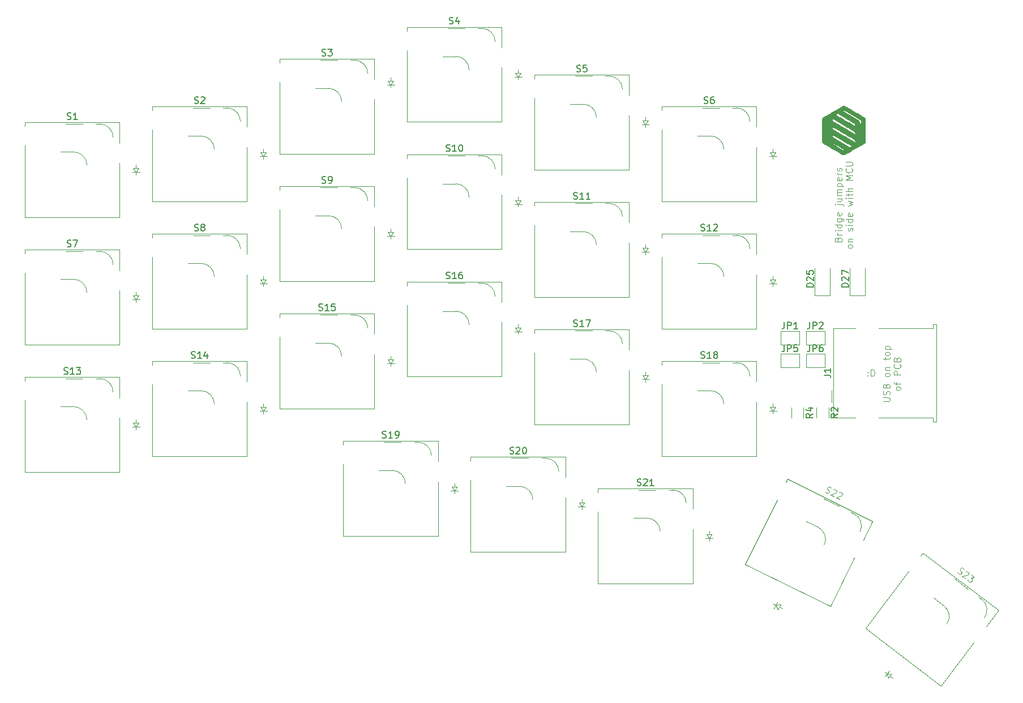
<source format=gbr>
%TF.GenerationSoftware,KiCad,Pcbnew,9.0.2*%
%TF.CreationDate,2025-07-01T22:27:43-10:00*%
%TF.ProjectId,jug,6a75672e-6b69-4636-9164-5f7063625858,rev?*%
%TF.SameCoordinates,Original*%
%TF.FileFunction,Legend,Top*%
%TF.FilePolarity,Positive*%
%FSLAX46Y46*%
G04 Gerber Fmt 4.6, Leading zero omitted, Abs format (unit mm)*
G04 Created by KiCad (PCBNEW 9.0.2) date 2025-07-01 22:27:43*
%MOMM*%
%LPD*%
G01*
G04 APERTURE LIST*
%ADD10C,0.100000*%
%ADD11C,0.150000*%
%ADD12C,0.000000*%
%ADD13C,0.120000*%
G04 APERTURE END LIST*
D10*
X192617877Y-110689079D02*
X192665496Y-110736699D01*
X192665496Y-110736699D02*
X192617877Y-110784318D01*
X192617877Y-110784318D02*
X192570258Y-110736699D01*
X192570258Y-110736699D02*
X192617877Y-110689079D01*
X192617877Y-110689079D02*
X192617877Y-110784318D01*
X192617877Y-110165270D02*
X192665496Y-110212889D01*
X192665496Y-110212889D02*
X192617877Y-110260508D01*
X192617877Y-110260508D02*
X192570258Y-110212889D01*
X192570258Y-110212889D02*
X192617877Y-110165270D01*
X192617877Y-110165270D02*
X192617877Y-110260508D01*
X193094067Y-110784318D02*
X193094067Y-109784318D01*
X193094067Y-109784318D02*
X193332162Y-109784318D01*
X193332162Y-109784318D02*
X193475019Y-109831937D01*
X193475019Y-109831937D02*
X193570257Y-109927175D01*
X193570257Y-109927175D02*
X193617876Y-110022413D01*
X193617876Y-110022413D02*
X193665495Y-110212889D01*
X193665495Y-110212889D02*
X193665495Y-110355746D01*
X193665495Y-110355746D02*
X193617876Y-110546222D01*
X193617876Y-110546222D02*
X193570257Y-110641460D01*
X193570257Y-110641460D02*
X193475019Y-110736699D01*
X193475019Y-110736699D02*
X193332162Y-110784318D01*
X193332162Y-110784318D02*
X193094067Y-110784318D01*
X188192630Y-90304756D02*
X188240249Y-90161899D01*
X188240249Y-90161899D02*
X188287868Y-90114280D01*
X188287868Y-90114280D02*
X188383106Y-90066661D01*
X188383106Y-90066661D02*
X188525963Y-90066661D01*
X188525963Y-90066661D02*
X188621201Y-90114280D01*
X188621201Y-90114280D02*
X188668821Y-90161899D01*
X188668821Y-90161899D02*
X188716440Y-90257137D01*
X188716440Y-90257137D02*
X188716440Y-90638089D01*
X188716440Y-90638089D02*
X187716440Y-90638089D01*
X187716440Y-90638089D02*
X187716440Y-90304756D01*
X187716440Y-90304756D02*
X187764059Y-90209518D01*
X187764059Y-90209518D02*
X187811678Y-90161899D01*
X187811678Y-90161899D02*
X187906916Y-90114280D01*
X187906916Y-90114280D02*
X188002154Y-90114280D01*
X188002154Y-90114280D02*
X188097392Y-90161899D01*
X188097392Y-90161899D02*
X188145011Y-90209518D01*
X188145011Y-90209518D02*
X188192630Y-90304756D01*
X188192630Y-90304756D02*
X188192630Y-90638089D01*
X188716440Y-89638089D02*
X188049773Y-89638089D01*
X188240249Y-89638089D02*
X188145011Y-89590470D01*
X188145011Y-89590470D02*
X188097392Y-89542851D01*
X188097392Y-89542851D02*
X188049773Y-89447613D01*
X188049773Y-89447613D02*
X188049773Y-89352375D01*
X188716440Y-89019041D02*
X188049773Y-89019041D01*
X187716440Y-89019041D02*
X187764059Y-89066660D01*
X187764059Y-89066660D02*
X187811678Y-89019041D01*
X187811678Y-89019041D02*
X187764059Y-88971422D01*
X187764059Y-88971422D02*
X187716440Y-89019041D01*
X187716440Y-89019041D02*
X187811678Y-89019041D01*
X188716440Y-88114280D02*
X187716440Y-88114280D01*
X188668821Y-88114280D02*
X188716440Y-88209518D01*
X188716440Y-88209518D02*
X188716440Y-88399994D01*
X188716440Y-88399994D02*
X188668821Y-88495232D01*
X188668821Y-88495232D02*
X188621201Y-88542851D01*
X188621201Y-88542851D02*
X188525963Y-88590470D01*
X188525963Y-88590470D02*
X188240249Y-88590470D01*
X188240249Y-88590470D02*
X188145011Y-88542851D01*
X188145011Y-88542851D02*
X188097392Y-88495232D01*
X188097392Y-88495232D02*
X188049773Y-88399994D01*
X188049773Y-88399994D02*
X188049773Y-88209518D01*
X188049773Y-88209518D02*
X188097392Y-88114280D01*
X188049773Y-87209518D02*
X188859297Y-87209518D01*
X188859297Y-87209518D02*
X188954535Y-87257137D01*
X188954535Y-87257137D02*
X189002154Y-87304756D01*
X189002154Y-87304756D02*
X189049773Y-87399994D01*
X189049773Y-87399994D02*
X189049773Y-87542851D01*
X189049773Y-87542851D02*
X189002154Y-87638089D01*
X188668821Y-87209518D02*
X188716440Y-87304756D01*
X188716440Y-87304756D02*
X188716440Y-87495232D01*
X188716440Y-87495232D02*
X188668821Y-87590470D01*
X188668821Y-87590470D02*
X188621201Y-87638089D01*
X188621201Y-87638089D02*
X188525963Y-87685708D01*
X188525963Y-87685708D02*
X188240249Y-87685708D01*
X188240249Y-87685708D02*
X188145011Y-87638089D01*
X188145011Y-87638089D02*
X188097392Y-87590470D01*
X188097392Y-87590470D02*
X188049773Y-87495232D01*
X188049773Y-87495232D02*
X188049773Y-87304756D01*
X188049773Y-87304756D02*
X188097392Y-87209518D01*
X188668821Y-86352375D02*
X188716440Y-86447613D01*
X188716440Y-86447613D02*
X188716440Y-86638089D01*
X188716440Y-86638089D02*
X188668821Y-86733327D01*
X188668821Y-86733327D02*
X188573582Y-86780946D01*
X188573582Y-86780946D02*
X188192630Y-86780946D01*
X188192630Y-86780946D02*
X188097392Y-86733327D01*
X188097392Y-86733327D02*
X188049773Y-86638089D01*
X188049773Y-86638089D02*
X188049773Y-86447613D01*
X188049773Y-86447613D02*
X188097392Y-86352375D01*
X188097392Y-86352375D02*
X188192630Y-86304756D01*
X188192630Y-86304756D02*
X188287868Y-86304756D01*
X188287868Y-86304756D02*
X188383106Y-86780946D01*
X188049773Y-85114279D02*
X188906916Y-85114279D01*
X188906916Y-85114279D02*
X189002154Y-85161898D01*
X189002154Y-85161898D02*
X189049773Y-85257136D01*
X189049773Y-85257136D02*
X189049773Y-85304755D01*
X187716440Y-85114279D02*
X187764059Y-85161898D01*
X187764059Y-85161898D02*
X187811678Y-85114279D01*
X187811678Y-85114279D02*
X187764059Y-85066660D01*
X187764059Y-85066660D02*
X187716440Y-85114279D01*
X187716440Y-85114279D02*
X187811678Y-85114279D01*
X188049773Y-84209518D02*
X188716440Y-84209518D01*
X188049773Y-84638089D02*
X188573582Y-84638089D01*
X188573582Y-84638089D02*
X188668821Y-84590470D01*
X188668821Y-84590470D02*
X188716440Y-84495232D01*
X188716440Y-84495232D02*
X188716440Y-84352375D01*
X188716440Y-84352375D02*
X188668821Y-84257137D01*
X188668821Y-84257137D02*
X188621201Y-84209518D01*
X188716440Y-83733327D02*
X188049773Y-83733327D01*
X188145011Y-83733327D02*
X188097392Y-83685708D01*
X188097392Y-83685708D02*
X188049773Y-83590470D01*
X188049773Y-83590470D02*
X188049773Y-83447613D01*
X188049773Y-83447613D02*
X188097392Y-83352375D01*
X188097392Y-83352375D02*
X188192630Y-83304756D01*
X188192630Y-83304756D02*
X188716440Y-83304756D01*
X188192630Y-83304756D02*
X188097392Y-83257137D01*
X188097392Y-83257137D02*
X188049773Y-83161899D01*
X188049773Y-83161899D02*
X188049773Y-83019042D01*
X188049773Y-83019042D02*
X188097392Y-82923803D01*
X188097392Y-82923803D02*
X188192630Y-82876184D01*
X188192630Y-82876184D02*
X188716440Y-82876184D01*
X188049773Y-82399994D02*
X189049773Y-82399994D01*
X188097392Y-82399994D02*
X188049773Y-82304756D01*
X188049773Y-82304756D02*
X188049773Y-82114280D01*
X188049773Y-82114280D02*
X188097392Y-82019042D01*
X188097392Y-82019042D02*
X188145011Y-81971423D01*
X188145011Y-81971423D02*
X188240249Y-81923804D01*
X188240249Y-81923804D02*
X188525963Y-81923804D01*
X188525963Y-81923804D02*
X188621201Y-81971423D01*
X188621201Y-81971423D02*
X188668821Y-82019042D01*
X188668821Y-82019042D02*
X188716440Y-82114280D01*
X188716440Y-82114280D02*
X188716440Y-82304756D01*
X188716440Y-82304756D02*
X188668821Y-82399994D01*
X188668821Y-81114280D02*
X188716440Y-81209518D01*
X188716440Y-81209518D02*
X188716440Y-81399994D01*
X188716440Y-81399994D02*
X188668821Y-81495232D01*
X188668821Y-81495232D02*
X188573582Y-81542851D01*
X188573582Y-81542851D02*
X188192630Y-81542851D01*
X188192630Y-81542851D02*
X188097392Y-81495232D01*
X188097392Y-81495232D02*
X188049773Y-81399994D01*
X188049773Y-81399994D02*
X188049773Y-81209518D01*
X188049773Y-81209518D02*
X188097392Y-81114280D01*
X188097392Y-81114280D02*
X188192630Y-81066661D01*
X188192630Y-81066661D02*
X188287868Y-81066661D01*
X188287868Y-81066661D02*
X188383106Y-81542851D01*
X188716440Y-80638089D02*
X188049773Y-80638089D01*
X188240249Y-80638089D02*
X188145011Y-80590470D01*
X188145011Y-80590470D02*
X188097392Y-80542851D01*
X188097392Y-80542851D02*
X188049773Y-80447613D01*
X188049773Y-80447613D02*
X188049773Y-80352375D01*
X188668821Y-80066660D02*
X188716440Y-79971422D01*
X188716440Y-79971422D02*
X188716440Y-79780946D01*
X188716440Y-79780946D02*
X188668821Y-79685708D01*
X188668821Y-79685708D02*
X188573582Y-79638089D01*
X188573582Y-79638089D02*
X188525963Y-79638089D01*
X188525963Y-79638089D02*
X188430725Y-79685708D01*
X188430725Y-79685708D02*
X188383106Y-79780946D01*
X188383106Y-79780946D02*
X188383106Y-79923803D01*
X188383106Y-79923803D02*
X188335487Y-80019041D01*
X188335487Y-80019041D02*
X188240249Y-80066660D01*
X188240249Y-80066660D02*
X188192630Y-80066660D01*
X188192630Y-80066660D02*
X188097392Y-80019041D01*
X188097392Y-80019041D02*
X188049773Y-79923803D01*
X188049773Y-79923803D02*
X188049773Y-79780946D01*
X188049773Y-79780946D02*
X188097392Y-79685708D01*
X190326384Y-91447613D02*
X190278765Y-91542851D01*
X190278765Y-91542851D02*
X190231145Y-91590470D01*
X190231145Y-91590470D02*
X190135907Y-91638089D01*
X190135907Y-91638089D02*
X189850193Y-91638089D01*
X189850193Y-91638089D02*
X189754955Y-91590470D01*
X189754955Y-91590470D02*
X189707336Y-91542851D01*
X189707336Y-91542851D02*
X189659717Y-91447613D01*
X189659717Y-91447613D02*
X189659717Y-91304756D01*
X189659717Y-91304756D02*
X189707336Y-91209518D01*
X189707336Y-91209518D02*
X189754955Y-91161899D01*
X189754955Y-91161899D02*
X189850193Y-91114280D01*
X189850193Y-91114280D02*
X190135907Y-91114280D01*
X190135907Y-91114280D02*
X190231145Y-91161899D01*
X190231145Y-91161899D02*
X190278765Y-91209518D01*
X190278765Y-91209518D02*
X190326384Y-91304756D01*
X190326384Y-91304756D02*
X190326384Y-91447613D01*
X189659717Y-90685708D02*
X190326384Y-90685708D01*
X189754955Y-90685708D02*
X189707336Y-90638089D01*
X189707336Y-90638089D02*
X189659717Y-90542851D01*
X189659717Y-90542851D02*
X189659717Y-90399994D01*
X189659717Y-90399994D02*
X189707336Y-90304756D01*
X189707336Y-90304756D02*
X189802574Y-90257137D01*
X189802574Y-90257137D02*
X190326384Y-90257137D01*
X190278765Y-89066660D02*
X190326384Y-88971422D01*
X190326384Y-88971422D02*
X190326384Y-88780946D01*
X190326384Y-88780946D02*
X190278765Y-88685708D01*
X190278765Y-88685708D02*
X190183526Y-88638089D01*
X190183526Y-88638089D02*
X190135907Y-88638089D01*
X190135907Y-88638089D02*
X190040669Y-88685708D01*
X190040669Y-88685708D02*
X189993050Y-88780946D01*
X189993050Y-88780946D02*
X189993050Y-88923803D01*
X189993050Y-88923803D02*
X189945431Y-89019041D01*
X189945431Y-89019041D02*
X189850193Y-89066660D01*
X189850193Y-89066660D02*
X189802574Y-89066660D01*
X189802574Y-89066660D02*
X189707336Y-89019041D01*
X189707336Y-89019041D02*
X189659717Y-88923803D01*
X189659717Y-88923803D02*
X189659717Y-88780946D01*
X189659717Y-88780946D02*
X189707336Y-88685708D01*
X190326384Y-88209517D02*
X189659717Y-88209517D01*
X189326384Y-88209517D02*
X189374003Y-88257136D01*
X189374003Y-88257136D02*
X189421622Y-88209517D01*
X189421622Y-88209517D02*
X189374003Y-88161898D01*
X189374003Y-88161898D02*
X189326384Y-88209517D01*
X189326384Y-88209517D02*
X189421622Y-88209517D01*
X190326384Y-87304756D02*
X189326384Y-87304756D01*
X190278765Y-87304756D02*
X190326384Y-87399994D01*
X190326384Y-87399994D02*
X190326384Y-87590470D01*
X190326384Y-87590470D02*
X190278765Y-87685708D01*
X190278765Y-87685708D02*
X190231145Y-87733327D01*
X190231145Y-87733327D02*
X190135907Y-87780946D01*
X190135907Y-87780946D02*
X189850193Y-87780946D01*
X189850193Y-87780946D02*
X189754955Y-87733327D01*
X189754955Y-87733327D02*
X189707336Y-87685708D01*
X189707336Y-87685708D02*
X189659717Y-87590470D01*
X189659717Y-87590470D02*
X189659717Y-87399994D01*
X189659717Y-87399994D02*
X189707336Y-87304756D01*
X190278765Y-86447613D02*
X190326384Y-86542851D01*
X190326384Y-86542851D02*
X190326384Y-86733327D01*
X190326384Y-86733327D02*
X190278765Y-86828565D01*
X190278765Y-86828565D02*
X190183526Y-86876184D01*
X190183526Y-86876184D02*
X189802574Y-86876184D01*
X189802574Y-86876184D02*
X189707336Y-86828565D01*
X189707336Y-86828565D02*
X189659717Y-86733327D01*
X189659717Y-86733327D02*
X189659717Y-86542851D01*
X189659717Y-86542851D02*
X189707336Y-86447613D01*
X189707336Y-86447613D02*
X189802574Y-86399994D01*
X189802574Y-86399994D02*
X189897812Y-86399994D01*
X189897812Y-86399994D02*
X189993050Y-86876184D01*
X189659717Y-85304755D02*
X190326384Y-85114279D01*
X190326384Y-85114279D02*
X189850193Y-84923803D01*
X189850193Y-84923803D02*
X190326384Y-84733327D01*
X190326384Y-84733327D02*
X189659717Y-84542851D01*
X190326384Y-84161898D02*
X189659717Y-84161898D01*
X189326384Y-84161898D02*
X189374003Y-84209517D01*
X189374003Y-84209517D02*
X189421622Y-84161898D01*
X189421622Y-84161898D02*
X189374003Y-84114279D01*
X189374003Y-84114279D02*
X189326384Y-84161898D01*
X189326384Y-84161898D02*
X189421622Y-84161898D01*
X189659717Y-83828565D02*
X189659717Y-83447613D01*
X189326384Y-83685708D02*
X190183526Y-83685708D01*
X190183526Y-83685708D02*
X190278765Y-83638089D01*
X190278765Y-83638089D02*
X190326384Y-83542851D01*
X190326384Y-83542851D02*
X190326384Y-83447613D01*
X190326384Y-83114279D02*
X189326384Y-83114279D01*
X190326384Y-82685708D02*
X189802574Y-82685708D01*
X189802574Y-82685708D02*
X189707336Y-82733327D01*
X189707336Y-82733327D02*
X189659717Y-82828565D01*
X189659717Y-82828565D02*
X189659717Y-82971422D01*
X189659717Y-82971422D02*
X189707336Y-83066660D01*
X189707336Y-83066660D02*
X189754955Y-83114279D01*
X190326384Y-81447612D02*
X189326384Y-81447612D01*
X189326384Y-81447612D02*
X190040669Y-81114279D01*
X190040669Y-81114279D02*
X189326384Y-80780946D01*
X189326384Y-80780946D02*
X190326384Y-80780946D01*
X190231145Y-79733327D02*
X190278765Y-79780946D01*
X190278765Y-79780946D02*
X190326384Y-79923803D01*
X190326384Y-79923803D02*
X190326384Y-80019041D01*
X190326384Y-80019041D02*
X190278765Y-80161898D01*
X190278765Y-80161898D02*
X190183526Y-80257136D01*
X190183526Y-80257136D02*
X190088288Y-80304755D01*
X190088288Y-80304755D02*
X189897812Y-80352374D01*
X189897812Y-80352374D02*
X189754955Y-80352374D01*
X189754955Y-80352374D02*
X189564479Y-80304755D01*
X189564479Y-80304755D02*
X189469241Y-80257136D01*
X189469241Y-80257136D02*
X189374003Y-80161898D01*
X189374003Y-80161898D02*
X189326384Y-80019041D01*
X189326384Y-80019041D02*
X189326384Y-79923803D01*
X189326384Y-79923803D02*
X189374003Y-79780946D01*
X189374003Y-79780946D02*
X189421622Y-79733327D01*
X189326384Y-79304755D02*
X190135907Y-79304755D01*
X190135907Y-79304755D02*
X190231145Y-79257136D01*
X190231145Y-79257136D02*
X190278765Y-79209517D01*
X190278765Y-79209517D02*
X190326384Y-79114279D01*
X190326384Y-79114279D02*
X190326384Y-78923803D01*
X190326384Y-78923803D02*
X190278765Y-78828565D01*
X190278765Y-78828565D02*
X190231145Y-78780946D01*
X190231145Y-78780946D02*
X190135907Y-78733327D01*
X190135907Y-78733327D02*
X189326384Y-78733327D01*
X194916840Y-114563845D02*
X195726363Y-114563845D01*
X195726363Y-114563845D02*
X195821601Y-114516226D01*
X195821601Y-114516226D02*
X195869221Y-114468607D01*
X195869221Y-114468607D02*
X195916840Y-114373369D01*
X195916840Y-114373369D02*
X195916840Y-114182893D01*
X195916840Y-114182893D02*
X195869221Y-114087655D01*
X195869221Y-114087655D02*
X195821601Y-114040036D01*
X195821601Y-114040036D02*
X195726363Y-113992417D01*
X195726363Y-113992417D02*
X194916840Y-113992417D01*
X195869221Y-113563845D02*
X195916840Y-113420988D01*
X195916840Y-113420988D02*
X195916840Y-113182893D01*
X195916840Y-113182893D02*
X195869221Y-113087655D01*
X195869221Y-113087655D02*
X195821601Y-113040036D01*
X195821601Y-113040036D02*
X195726363Y-112992417D01*
X195726363Y-112992417D02*
X195631125Y-112992417D01*
X195631125Y-112992417D02*
X195535887Y-113040036D01*
X195535887Y-113040036D02*
X195488268Y-113087655D01*
X195488268Y-113087655D02*
X195440649Y-113182893D01*
X195440649Y-113182893D02*
X195393030Y-113373369D01*
X195393030Y-113373369D02*
X195345411Y-113468607D01*
X195345411Y-113468607D02*
X195297792Y-113516226D01*
X195297792Y-113516226D02*
X195202554Y-113563845D01*
X195202554Y-113563845D02*
X195107316Y-113563845D01*
X195107316Y-113563845D02*
X195012078Y-113516226D01*
X195012078Y-113516226D02*
X194964459Y-113468607D01*
X194964459Y-113468607D02*
X194916840Y-113373369D01*
X194916840Y-113373369D02*
X194916840Y-113135274D01*
X194916840Y-113135274D02*
X194964459Y-112992417D01*
X195393030Y-112230512D02*
X195440649Y-112087655D01*
X195440649Y-112087655D02*
X195488268Y-112040036D01*
X195488268Y-112040036D02*
X195583506Y-111992417D01*
X195583506Y-111992417D02*
X195726363Y-111992417D01*
X195726363Y-111992417D02*
X195821601Y-112040036D01*
X195821601Y-112040036D02*
X195869221Y-112087655D01*
X195869221Y-112087655D02*
X195916840Y-112182893D01*
X195916840Y-112182893D02*
X195916840Y-112563845D01*
X195916840Y-112563845D02*
X194916840Y-112563845D01*
X194916840Y-112563845D02*
X194916840Y-112230512D01*
X194916840Y-112230512D02*
X194964459Y-112135274D01*
X194964459Y-112135274D02*
X195012078Y-112087655D01*
X195012078Y-112087655D02*
X195107316Y-112040036D01*
X195107316Y-112040036D02*
X195202554Y-112040036D01*
X195202554Y-112040036D02*
X195297792Y-112087655D01*
X195297792Y-112087655D02*
X195345411Y-112135274D01*
X195345411Y-112135274D02*
X195393030Y-112230512D01*
X195393030Y-112230512D02*
X195393030Y-112563845D01*
X195916840Y-110659083D02*
X195869221Y-110754321D01*
X195869221Y-110754321D02*
X195821601Y-110801940D01*
X195821601Y-110801940D02*
X195726363Y-110849559D01*
X195726363Y-110849559D02*
X195440649Y-110849559D01*
X195440649Y-110849559D02*
X195345411Y-110801940D01*
X195345411Y-110801940D02*
X195297792Y-110754321D01*
X195297792Y-110754321D02*
X195250173Y-110659083D01*
X195250173Y-110659083D02*
X195250173Y-110516226D01*
X195250173Y-110516226D02*
X195297792Y-110420988D01*
X195297792Y-110420988D02*
X195345411Y-110373369D01*
X195345411Y-110373369D02*
X195440649Y-110325750D01*
X195440649Y-110325750D02*
X195726363Y-110325750D01*
X195726363Y-110325750D02*
X195821601Y-110373369D01*
X195821601Y-110373369D02*
X195869221Y-110420988D01*
X195869221Y-110420988D02*
X195916840Y-110516226D01*
X195916840Y-110516226D02*
X195916840Y-110659083D01*
X195250173Y-109897178D02*
X195916840Y-109897178D01*
X195345411Y-109897178D02*
X195297792Y-109849559D01*
X195297792Y-109849559D02*
X195250173Y-109754321D01*
X195250173Y-109754321D02*
X195250173Y-109611464D01*
X195250173Y-109611464D02*
X195297792Y-109516226D01*
X195297792Y-109516226D02*
X195393030Y-109468607D01*
X195393030Y-109468607D02*
X195916840Y-109468607D01*
X195250173Y-108373368D02*
X195250173Y-107992416D01*
X194916840Y-108230511D02*
X195773982Y-108230511D01*
X195773982Y-108230511D02*
X195869221Y-108182892D01*
X195869221Y-108182892D02*
X195916840Y-108087654D01*
X195916840Y-108087654D02*
X195916840Y-107992416D01*
X195916840Y-107516225D02*
X195869221Y-107611463D01*
X195869221Y-107611463D02*
X195821601Y-107659082D01*
X195821601Y-107659082D02*
X195726363Y-107706701D01*
X195726363Y-107706701D02*
X195440649Y-107706701D01*
X195440649Y-107706701D02*
X195345411Y-107659082D01*
X195345411Y-107659082D02*
X195297792Y-107611463D01*
X195297792Y-107611463D02*
X195250173Y-107516225D01*
X195250173Y-107516225D02*
X195250173Y-107373368D01*
X195250173Y-107373368D02*
X195297792Y-107278130D01*
X195297792Y-107278130D02*
X195345411Y-107230511D01*
X195345411Y-107230511D02*
X195440649Y-107182892D01*
X195440649Y-107182892D02*
X195726363Y-107182892D01*
X195726363Y-107182892D02*
X195821601Y-107230511D01*
X195821601Y-107230511D02*
X195869221Y-107278130D01*
X195869221Y-107278130D02*
X195916840Y-107373368D01*
X195916840Y-107373368D02*
X195916840Y-107516225D01*
X195250173Y-106754320D02*
X196250173Y-106754320D01*
X195297792Y-106754320D02*
X195250173Y-106659082D01*
X195250173Y-106659082D02*
X195250173Y-106468606D01*
X195250173Y-106468606D02*
X195297792Y-106373368D01*
X195297792Y-106373368D02*
X195345411Y-106325749D01*
X195345411Y-106325749D02*
X195440649Y-106278130D01*
X195440649Y-106278130D02*
X195726363Y-106278130D01*
X195726363Y-106278130D02*
X195821601Y-106325749D01*
X195821601Y-106325749D02*
X195869221Y-106373368D01*
X195869221Y-106373368D02*
X195916840Y-106468606D01*
X195916840Y-106468606D02*
X195916840Y-106659082D01*
X195916840Y-106659082D02*
X195869221Y-106754320D01*
X197526784Y-112682893D02*
X197479165Y-112778131D01*
X197479165Y-112778131D02*
X197431545Y-112825750D01*
X197431545Y-112825750D02*
X197336307Y-112873369D01*
X197336307Y-112873369D02*
X197050593Y-112873369D01*
X197050593Y-112873369D02*
X196955355Y-112825750D01*
X196955355Y-112825750D02*
X196907736Y-112778131D01*
X196907736Y-112778131D02*
X196860117Y-112682893D01*
X196860117Y-112682893D02*
X196860117Y-112540036D01*
X196860117Y-112540036D02*
X196907736Y-112444798D01*
X196907736Y-112444798D02*
X196955355Y-112397179D01*
X196955355Y-112397179D02*
X197050593Y-112349560D01*
X197050593Y-112349560D02*
X197336307Y-112349560D01*
X197336307Y-112349560D02*
X197431545Y-112397179D01*
X197431545Y-112397179D02*
X197479165Y-112444798D01*
X197479165Y-112444798D02*
X197526784Y-112540036D01*
X197526784Y-112540036D02*
X197526784Y-112682893D01*
X196860117Y-112063845D02*
X196860117Y-111682893D01*
X197526784Y-111920988D02*
X196669641Y-111920988D01*
X196669641Y-111920988D02*
X196574403Y-111873369D01*
X196574403Y-111873369D02*
X196526784Y-111778131D01*
X196526784Y-111778131D02*
X196526784Y-111682893D01*
X197526784Y-110587654D02*
X196526784Y-110587654D01*
X196526784Y-110587654D02*
X196526784Y-110206702D01*
X196526784Y-110206702D02*
X196574403Y-110111464D01*
X196574403Y-110111464D02*
X196622022Y-110063845D01*
X196622022Y-110063845D02*
X196717260Y-110016226D01*
X196717260Y-110016226D02*
X196860117Y-110016226D01*
X196860117Y-110016226D02*
X196955355Y-110063845D01*
X196955355Y-110063845D02*
X197002974Y-110111464D01*
X197002974Y-110111464D02*
X197050593Y-110206702D01*
X197050593Y-110206702D02*
X197050593Y-110587654D01*
X197431545Y-109016226D02*
X197479165Y-109063845D01*
X197479165Y-109063845D02*
X197526784Y-109206702D01*
X197526784Y-109206702D02*
X197526784Y-109301940D01*
X197526784Y-109301940D02*
X197479165Y-109444797D01*
X197479165Y-109444797D02*
X197383926Y-109540035D01*
X197383926Y-109540035D02*
X197288688Y-109587654D01*
X197288688Y-109587654D02*
X197098212Y-109635273D01*
X197098212Y-109635273D02*
X196955355Y-109635273D01*
X196955355Y-109635273D02*
X196764879Y-109587654D01*
X196764879Y-109587654D02*
X196669641Y-109540035D01*
X196669641Y-109540035D02*
X196574403Y-109444797D01*
X196574403Y-109444797D02*
X196526784Y-109301940D01*
X196526784Y-109301940D02*
X196526784Y-109206702D01*
X196526784Y-109206702D02*
X196574403Y-109063845D01*
X196574403Y-109063845D02*
X196622022Y-109016226D01*
X197002974Y-108254321D02*
X197050593Y-108111464D01*
X197050593Y-108111464D02*
X197098212Y-108063845D01*
X197098212Y-108063845D02*
X197193450Y-108016226D01*
X197193450Y-108016226D02*
X197336307Y-108016226D01*
X197336307Y-108016226D02*
X197431545Y-108063845D01*
X197431545Y-108063845D02*
X197479165Y-108111464D01*
X197479165Y-108111464D02*
X197526784Y-108206702D01*
X197526784Y-108206702D02*
X197526784Y-108587654D01*
X197526784Y-108587654D02*
X196526784Y-108587654D01*
X196526784Y-108587654D02*
X196526784Y-108254321D01*
X196526784Y-108254321D02*
X196574403Y-108159083D01*
X196574403Y-108159083D02*
X196622022Y-108111464D01*
X196622022Y-108111464D02*
X196717260Y-108063845D01*
X196717260Y-108063845D02*
X196812498Y-108063845D01*
X196812498Y-108063845D02*
X196907736Y-108111464D01*
X196907736Y-108111464D02*
X196955355Y-108159083D01*
X196955355Y-108159083D02*
X197002974Y-108254321D01*
X197002974Y-108254321D02*
X197002974Y-108587654D01*
D11*
X158151496Y-127126798D02*
X158294353Y-127174417D01*
X158294353Y-127174417D02*
X158532448Y-127174417D01*
X158532448Y-127174417D02*
X158627686Y-127126798D01*
X158627686Y-127126798D02*
X158675305Y-127079178D01*
X158675305Y-127079178D02*
X158722924Y-126983940D01*
X158722924Y-126983940D02*
X158722924Y-126888702D01*
X158722924Y-126888702D02*
X158675305Y-126793464D01*
X158675305Y-126793464D02*
X158627686Y-126745845D01*
X158627686Y-126745845D02*
X158532448Y-126698226D01*
X158532448Y-126698226D02*
X158341972Y-126650607D01*
X158341972Y-126650607D02*
X158246734Y-126602988D01*
X158246734Y-126602988D02*
X158199115Y-126555369D01*
X158199115Y-126555369D02*
X158151496Y-126460131D01*
X158151496Y-126460131D02*
X158151496Y-126364893D01*
X158151496Y-126364893D02*
X158199115Y-126269655D01*
X158199115Y-126269655D02*
X158246734Y-126222036D01*
X158246734Y-126222036D02*
X158341972Y-126174417D01*
X158341972Y-126174417D02*
X158580067Y-126174417D01*
X158580067Y-126174417D02*
X158722924Y-126222036D01*
X159103877Y-126269655D02*
X159151496Y-126222036D01*
X159151496Y-126222036D02*
X159246734Y-126174417D01*
X159246734Y-126174417D02*
X159484829Y-126174417D01*
X159484829Y-126174417D02*
X159580067Y-126222036D01*
X159580067Y-126222036D02*
X159627686Y-126269655D01*
X159627686Y-126269655D02*
X159675305Y-126364893D01*
X159675305Y-126364893D02*
X159675305Y-126460131D01*
X159675305Y-126460131D02*
X159627686Y-126602988D01*
X159627686Y-126602988D02*
X159056258Y-127174417D01*
X159056258Y-127174417D02*
X159675305Y-127174417D01*
X160627686Y-127174417D02*
X160056258Y-127174417D01*
X160341972Y-127174417D02*
X160341972Y-126174417D01*
X160341972Y-126174417D02*
X160246734Y-126317274D01*
X160246734Y-126317274D02*
X160151496Y-126412512D01*
X160151496Y-126412512D02*
X160056258Y-126460131D01*
X129575896Y-77119499D02*
X129718753Y-77167118D01*
X129718753Y-77167118D02*
X129956848Y-77167118D01*
X129956848Y-77167118D02*
X130052086Y-77119499D01*
X130052086Y-77119499D02*
X130099705Y-77071879D01*
X130099705Y-77071879D02*
X130147324Y-76976641D01*
X130147324Y-76976641D02*
X130147324Y-76881403D01*
X130147324Y-76881403D02*
X130099705Y-76786165D01*
X130099705Y-76786165D02*
X130052086Y-76738546D01*
X130052086Y-76738546D02*
X129956848Y-76690927D01*
X129956848Y-76690927D02*
X129766372Y-76643308D01*
X129766372Y-76643308D02*
X129671134Y-76595689D01*
X129671134Y-76595689D02*
X129623515Y-76548070D01*
X129623515Y-76548070D02*
X129575896Y-76452832D01*
X129575896Y-76452832D02*
X129575896Y-76357594D01*
X129575896Y-76357594D02*
X129623515Y-76262356D01*
X129623515Y-76262356D02*
X129671134Y-76214737D01*
X129671134Y-76214737D02*
X129766372Y-76167118D01*
X129766372Y-76167118D02*
X130004467Y-76167118D01*
X130004467Y-76167118D02*
X130147324Y-76214737D01*
X131099705Y-77167118D02*
X130528277Y-77167118D01*
X130813991Y-77167118D02*
X130813991Y-76167118D01*
X130813991Y-76167118D02*
X130718753Y-76309975D01*
X130718753Y-76309975D02*
X130623515Y-76405213D01*
X130623515Y-76405213D02*
X130528277Y-76452832D01*
X131718753Y-76167118D02*
X131813991Y-76167118D01*
X131813991Y-76167118D02*
X131909229Y-76214737D01*
X131909229Y-76214737D02*
X131956848Y-76262356D01*
X131956848Y-76262356D02*
X132004467Y-76357594D01*
X132004467Y-76357594D02*
X132052086Y-76548070D01*
X132052086Y-76548070D02*
X132052086Y-76786165D01*
X132052086Y-76786165D02*
X132004467Y-76976641D01*
X132004467Y-76976641D02*
X131956848Y-77071879D01*
X131956848Y-77071879D02*
X131909229Y-77119499D01*
X131909229Y-77119499D02*
X131813991Y-77167118D01*
X131813991Y-77167118D02*
X131718753Y-77167118D01*
X131718753Y-77167118D02*
X131623515Y-77119499D01*
X131623515Y-77119499D02*
X131575896Y-77071879D01*
X131575896Y-77071879D02*
X131528277Y-76976641D01*
X131528277Y-76976641D02*
X131480658Y-76786165D01*
X131480658Y-76786165D02*
X131480658Y-76548070D01*
X131480658Y-76548070D02*
X131528277Y-76357594D01*
X131528277Y-76357594D02*
X131575896Y-76262356D01*
X131575896Y-76262356D02*
X131623515Y-76214737D01*
X131623515Y-76214737D02*
X131718753Y-76167118D01*
X148626297Y-84263398D02*
X148769154Y-84311017D01*
X148769154Y-84311017D02*
X149007249Y-84311017D01*
X149007249Y-84311017D02*
X149102487Y-84263398D01*
X149102487Y-84263398D02*
X149150106Y-84215778D01*
X149150106Y-84215778D02*
X149197725Y-84120540D01*
X149197725Y-84120540D02*
X149197725Y-84025302D01*
X149197725Y-84025302D02*
X149150106Y-83930064D01*
X149150106Y-83930064D02*
X149102487Y-83882445D01*
X149102487Y-83882445D02*
X149007249Y-83834826D01*
X149007249Y-83834826D02*
X148816773Y-83787207D01*
X148816773Y-83787207D02*
X148721535Y-83739588D01*
X148721535Y-83739588D02*
X148673916Y-83691969D01*
X148673916Y-83691969D02*
X148626297Y-83596731D01*
X148626297Y-83596731D02*
X148626297Y-83501493D01*
X148626297Y-83501493D02*
X148673916Y-83406255D01*
X148673916Y-83406255D02*
X148721535Y-83358636D01*
X148721535Y-83358636D02*
X148816773Y-83311017D01*
X148816773Y-83311017D02*
X149054868Y-83311017D01*
X149054868Y-83311017D02*
X149197725Y-83358636D01*
X150150106Y-84311017D02*
X149578678Y-84311017D01*
X149864392Y-84311017D02*
X149864392Y-83311017D01*
X149864392Y-83311017D02*
X149769154Y-83453874D01*
X149769154Y-83453874D02*
X149673916Y-83549112D01*
X149673916Y-83549112D02*
X149578678Y-83596731D01*
X151102487Y-84311017D02*
X150531059Y-84311017D01*
X150816773Y-84311017D02*
X150816773Y-83311017D01*
X150816773Y-83311017D02*
X150721535Y-83453874D01*
X150721535Y-83453874D02*
X150626297Y-83549112D01*
X150626297Y-83549112D02*
X150531059Y-83596731D01*
X148626297Y-103313798D02*
X148769154Y-103361417D01*
X148769154Y-103361417D02*
X149007249Y-103361417D01*
X149007249Y-103361417D02*
X149102487Y-103313798D01*
X149102487Y-103313798D02*
X149150106Y-103266178D01*
X149150106Y-103266178D02*
X149197725Y-103170940D01*
X149197725Y-103170940D02*
X149197725Y-103075702D01*
X149197725Y-103075702D02*
X149150106Y-102980464D01*
X149150106Y-102980464D02*
X149102487Y-102932845D01*
X149102487Y-102932845D02*
X149007249Y-102885226D01*
X149007249Y-102885226D02*
X148816773Y-102837607D01*
X148816773Y-102837607D02*
X148721535Y-102789988D01*
X148721535Y-102789988D02*
X148673916Y-102742369D01*
X148673916Y-102742369D02*
X148626297Y-102647131D01*
X148626297Y-102647131D02*
X148626297Y-102551893D01*
X148626297Y-102551893D02*
X148673916Y-102456655D01*
X148673916Y-102456655D02*
X148721535Y-102409036D01*
X148721535Y-102409036D02*
X148816773Y-102361417D01*
X148816773Y-102361417D02*
X149054868Y-102361417D01*
X149054868Y-102361417D02*
X149197725Y-102409036D01*
X150150106Y-103361417D02*
X149578678Y-103361417D01*
X149864392Y-103361417D02*
X149864392Y-102361417D01*
X149864392Y-102361417D02*
X149769154Y-102504274D01*
X149769154Y-102504274D02*
X149673916Y-102599512D01*
X149673916Y-102599512D02*
X149578678Y-102647131D01*
X150483440Y-102361417D02*
X151150106Y-102361417D01*
X151150106Y-102361417D02*
X150721535Y-103361417D01*
X120050696Y-119982898D02*
X120193553Y-120030517D01*
X120193553Y-120030517D02*
X120431648Y-120030517D01*
X120431648Y-120030517D02*
X120526886Y-119982898D01*
X120526886Y-119982898D02*
X120574505Y-119935278D01*
X120574505Y-119935278D02*
X120622124Y-119840040D01*
X120622124Y-119840040D02*
X120622124Y-119744802D01*
X120622124Y-119744802D02*
X120574505Y-119649564D01*
X120574505Y-119649564D02*
X120526886Y-119601945D01*
X120526886Y-119601945D02*
X120431648Y-119554326D01*
X120431648Y-119554326D02*
X120241172Y-119506707D01*
X120241172Y-119506707D02*
X120145934Y-119459088D01*
X120145934Y-119459088D02*
X120098315Y-119411469D01*
X120098315Y-119411469D02*
X120050696Y-119316231D01*
X120050696Y-119316231D02*
X120050696Y-119220993D01*
X120050696Y-119220993D02*
X120098315Y-119125755D01*
X120098315Y-119125755D02*
X120145934Y-119078136D01*
X120145934Y-119078136D02*
X120241172Y-119030517D01*
X120241172Y-119030517D02*
X120479267Y-119030517D01*
X120479267Y-119030517D02*
X120622124Y-119078136D01*
X121574505Y-120030517D02*
X121003077Y-120030517D01*
X121288791Y-120030517D02*
X121288791Y-119030517D01*
X121288791Y-119030517D02*
X121193553Y-119173374D01*
X121193553Y-119173374D02*
X121098315Y-119268612D01*
X121098315Y-119268612D02*
X121003077Y-119316231D01*
X122050696Y-120030517D02*
X122241172Y-120030517D01*
X122241172Y-120030517D02*
X122336410Y-119982898D01*
X122336410Y-119982898D02*
X122384029Y-119935278D01*
X122384029Y-119935278D02*
X122479267Y-119792421D01*
X122479267Y-119792421D02*
X122526886Y-119601945D01*
X122526886Y-119601945D02*
X122526886Y-119220993D01*
X122526886Y-119220993D02*
X122479267Y-119125755D01*
X122479267Y-119125755D02*
X122431648Y-119078136D01*
X122431648Y-119078136D02*
X122336410Y-119030517D01*
X122336410Y-119030517D02*
X122145934Y-119030517D01*
X122145934Y-119030517D02*
X122050696Y-119078136D01*
X122050696Y-119078136D02*
X122003077Y-119125755D01*
X122003077Y-119125755D02*
X121955458Y-119220993D01*
X121955458Y-119220993D02*
X121955458Y-119459088D01*
X121955458Y-119459088D02*
X122003077Y-119554326D01*
X122003077Y-119554326D02*
X122050696Y-119601945D01*
X122050696Y-119601945D02*
X122145934Y-119649564D01*
X122145934Y-119649564D02*
X122336410Y-119649564D01*
X122336410Y-119649564D02*
X122431648Y-119601945D01*
X122431648Y-119601945D02*
X122479267Y-119554326D01*
X122479267Y-119554326D02*
X122526886Y-119459088D01*
X111001686Y-62831698D02*
X111144543Y-62879317D01*
X111144543Y-62879317D02*
X111382638Y-62879317D01*
X111382638Y-62879317D02*
X111477876Y-62831698D01*
X111477876Y-62831698D02*
X111525495Y-62784078D01*
X111525495Y-62784078D02*
X111573114Y-62688840D01*
X111573114Y-62688840D02*
X111573114Y-62593602D01*
X111573114Y-62593602D02*
X111525495Y-62498364D01*
X111525495Y-62498364D02*
X111477876Y-62450745D01*
X111477876Y-62450745D02*
X111382638Y-62403126D01*
X111382638Y-62403126D02*
X111192162Y-62355507D01*
X111192162Y-62355507D02*
X111096924Y-62307888D01*
X111096924Y-62307888D02*
X111049305Y-62260269D01*
X111049305Y-62260269D02*
X111001686Y-62165031D01*
X111001686Y-62165031D02*
X111001686Y-62069793D01*
X111001686Y-62069793D02*
X111049305Y-61974555D01*
X111049305Y-61974555D02*
X111096924Y-61926936D01*
X111096924Y-61926936D02*
X111192162Y-61879317D01*
X111192162Y-61879317D02*
X111430257Y-61879317D01*
X111430257Y-61879317D02*
X111573114Y-61926936D01*
X111906448Y-61879317D02*
X112525495Y-61879317D01*
X112525495Y-61879317D02*
X112192162Y-62260269D01*
X112192162Y-62260269D02*
X112335019Y-62260269D01*
X112335019Y-62260269D02*
X112430257Y-62307888D01*
X112430257Y-62307888D02*
X112477876Y-62355507D01*
X112477876Y-62355507D02*
X112525495Y-62450745D01*
X112525495Y-62450745D02*
X112525495Y-62688840D01*
X112525495Y-62688840D02*
X112477876Y-62784078D01*
X112477876Y-62784078D02*
X112430257Y-62831698D01*
X112430257Y-62831698D02*
X112335019Y-62879317D01*
X112335019Y-62879317D02*
X112049305Y-62879317D01*
X112049305Y-62879317D02*
X111954067Y-62831698D01*
X111954067Y-62831698D02*
X111906448Y-62784078D01*
X72900887Y-72356896D02*
X73043744Y-72404515D01*
X73043744Y-72404515D02*
X73281839Y-72404515D01*
X73281839Y-72404515D02*
X73377077Y-72356896D01*
X73377077Y-72356896D02*
X73424696Y-72309276D01*
X73424696Y-72309276D02*
X73472315Y-72214038D01*
X73472315Y-72214038D02*
X73472315Y-72118800D01*
X73472315Y-72118800D02*
X73424696Y-72023562D01*
X73424696Y-72023562D02*
X73377077Y-71975943D01*
X73377077Y-71975943D02*
X73281839Y-71928324D01*
X73281839Y-71928324D02*
X73091363Y-71880705D01*
X73091363Y-71880705D02*
X72996125Y-71833086D01*
X72996125Y-71833086D02*
X72948506Y-71785467D01*
X72948506Y-71785467D02*
X72900887Y-71690229D01*
X72900887Y-71690229D02*
X72900887Y-71594991D01*
X72900887Y-71594991D02*
X72948506Y-71499753D01*
X72948506Y-71499753D02*
X72996125Y-71452134D01*
X72996125Y-71452134D02*
X73091363Y-71404515D01*
X73091363Y-71404515D02*
X73329458Y-71404515D01*
X73329458Y-71404515D02*
X73472315Y-71452134D01*
X74424696Y-72404515D02*
X73853268Y-72404515D01*
X74138982Y-72404515D02*
X74138982Y-71404515D01*
X74138982Y-71404515D02*
X74043744Y-71547372D01*
X74043744Y-71547372D02*
X73948506Y-71642610D01*
X73948506Y-71642610D02*
X73853268Y-71690229D01*
X180153058Y-102722417D02*
X180153058Y-103436702D01*
X180153058Y-103436702D02*
X180105439Y-103579559D01*
X180105439Y-103579559D02*
X180010201Y-103674798D01*
X180010201Y-103674798D02*
X179867344Y-103722417D01*
X179867344Y-103722417D02*
X179772106Y-103722417D01*
X180629249Y-103722417D02*
X180629249Y-102722417D01*
X180629249Y-102722417D02*
X181010201Y-102722417D01*
X181010201Y-102722417D02*
X181105439Y-102770036D01*
X181105439Y-102770036D02*
X181153058Y-102817655D01*
X181153058Y-102817655D02*
X181200677Y-102912893D01*
X181200677Y-102912893D02*
X181200677Y-103055750D01*
X181200677Y-103055750D02*
X181153058Y-103150988D01*
X181153058Y-103150988D02*
X181105439Y-103198607D01*
X181105439Y-103198607D02*
X181010201Y-103246226D01*
X181010201Y-103246226D02*
X180629249Y-103246226D01*
X182153058Y-103722417D02*
X181581630Y-103722417D01*
X181867344Y-103722417D02*
X181867344Y-102722417D01*
X181867344Y-102722417D02*
X181772106Y-102865274D01*
X181772106Y-102865274D02*
X181676868Y-102960512D01*
X181676868Y-102960512D02*
X181581630Y-103008131D01*
X180153058Y-106122416D02*
X180153058Y-106836701D01*
X180153058Y-106836701D02*
X180105439Y-106979558D01*
X180105439Y-106979558D02*
X180010201Y-107074797D01*
X180010201Y-107074797D02*
X179867344Y-107122416D01*
X179867344Y-107122416D02*
X179772106Y-107122416D01*
X180629249Y-107122416D02*
X180629249Y-106122416D01*
X180629249Y-106122416D02*
X181010201Y-106122416D01*
X181010201Y-106122416D02*
X181105439Y-106170035D01*
X181105439Y-106170035D02*
X181153058Y-106217654D01*
X181153058Y-106217654D02*
X181200677Y-106312892D01*
X181200677Y-106312892D02*
X181200677Y-106455749D01*
X181200677Y-106455749D02*
X181153058Y-106550987D01*
X181153058Y-106550987D02*
X181105439Y-106598606D01*
X181105439Y-106598606D02*
X181010201Y-106646225D01*
X181010201Y-106646225D02*
X180629249Y-106646225D01*
X182105439Y-106122416D02*
X181629249Y-106122416D01*
X181629249Y-106122416D02*
X181581630Y-106598606D01*
X181581630Y-106598606D02*
X181629249Y-106550987D01*
X181629249Y-106550987D02*
X181724487Y-106503368D01*
X181724487Y-106503368D02*
X181962582Y-106503368D01*
X181962582Y-106503368D02*
X182057820Y-106550987D01*
X182057820Y-106550987D02*
X182105439Y-106598606D01*
X182105439Y-106598606D02*
X182153058Y-106693844D01*
X182153058Y-106693844D02*
X182153058Y-106931939D01*
X182153058Y-106931939D02*
X182105439Y-107027177D01*
X182105439Y-107027177D02*
X182057820Y-107074797D01*
X182057820Y-107074797D02*
X181962582Y-107122416D01*
X181962582Y-107122416D02*
X181724487Y-107122416D01*
X181724487Y-107122416D02*
X181629249Y-107074797D01*
X181629249Y-107074797D02*
X181581630Y-107027177D01*
X188149211Y-116411464D02*
X187673020Y-116744797D01*
X188149211Y-116982892D02*
X187149211Y-116982892D01*
X187149211Y-116982892D02*
X187149211Y-116601940D01*
X187149211Y-116601940D02*
X187196830Y-116506702D01*
X187196830Y-116506702D02*
X187244449Y-116459083D01*
X187244449Y-116459083D02*
X187339687Y-116411464D01*
X187339687Y-116411464D02*
X187482544Y-116411464D01*
X187482544Y-116411464D02*
X187577782Y-116459083D01*
X187577782Y-116459083D02*
X187625401Y-116506702D01*
X187625401Y-116506702D02*
X187673020Y-116601940D01*
X187673020Y-116601940D02*
X187673020Y-116982892D01*
X187244449Y-116030511D02*
X187196830Y-115982892D01*
X187196830Y-115982892D02*
X187149211Y-115887654D01*
X187149211Y-115887654D02*
X187149211Y-115649559D01*
X187149211Y-115649559D02*
X187196830Y-115554321D01*
X187196830Y-115554321D02*
X187244449Y-115506702D01*
X187244449Y-115506702D02*
X187339687Y-115459083D01*
X187339687Y-115459083D02*
X187434925Y-115459083D01*
X187434925Y-115459083D02*
X187577782Y-115506702D01*
X187577782Y-115506702D02*
X188149211Y-116078130D01*
X188149211Y-116078130D02*
X188149211Y-115459083D01*
X91951287Y-89025999D02*
X92094144Y-89073618D01*
X92094144Y-89073618D02*
X92332239Y-89073618D01*
X92332239Y-89073618D02*
X92427477Y-89025999D01*
X92427477Y-89025999D02*
X92475096Y-88978379D01*
X92475096Y-88978379D02*
X92522715Y-88883141D01*
X92522715Y-88883141D02*
X92522715Y-88787903D01*
X92522715Y-88787903D02*
X92475096Y-88692665D01*
X92475096Y-88692665D02*
X92427477Y-88645046D01*
X92427477Y-88645046D02*
X92332239Y-88597427D01*
X92332239Y-88597427D02*
X92141763Y-88549808D01*
X92141763Y-88549808D02*
X92046525Y-88502189D01*
X92046525Y-88502189D02*
X91998906Y-88454570D01*
X91998906Y-88454570D02*
X91951287Y-88359332D01*
X91951287Y-88359332D02*
X91951287Y-88264094D01*
X91951287Y-88264094D02*
X91998906Y-88168856D01*
X91998906Y-88168856D02*
X92046525Y-88121237D01*
X92046525Y-88121237D02*
X92141763Y-88073618D01*
X92141763Y-88073618D02*
X92379858Y-88073618D01*
X92379858Y-88073618D02*
X92522715Y-88121237D01*
X93094144Y-88502189D02*
X92998906Y-88454570D01*
X92998906Y-88454570D02*
X92951287Y-88406951D01*
X92951287Y-88406951D02*
X92903668Y-88311713D01*
X92903668Y-88311713D02*
X92903668Y-88264094D01*
X92903668Y-88264094D02*
X92951287Y-88168856D01*
X92951287Y-88168856D02*
X92998906Y-88121237D01*
X92998906Y-88121237D02*
X93094144Y-88073618D01*
X93094144Y-88073618D02*
X93284620Y-88073618D01*
X93284620Y-88073618D02*
X93379858Y-88121237D01*
X93379858Y-88121237D02*
X93427477Y-88168856D01*
X93427477Y-88168856D02*
X93475096Y-88264094D01*
X93475096Y-88264094D02*
X93475096Y-88311713D01*
X93475096Y-88311713D02*
X93427477Y-88406951D01*
X93427477Y-88406951D02*
X93379858Y-88454570D01*
X93379858Y-88454570D02*
X93284620Y-88502189D01*
X93284620Y-88502189D02*
X93094144Y-88502189D01*
X93094144Y-88502189D02*
X92998906Y-88549808D01*
X92998906Y-88549808D02*
X92951287Y-88597427D01*
X92951287Y-88597427D02*
X92903668Y-88692665D01*
X92903668Y-88692665D02*
X92903668Y-88883141D01*
X92903668Y-88883141D02*
X92951287Y-88978379D01*
X92951287Y-88978379D02*
X92998906Y-89025999D01*
X92998906Y-89025999D02*
X93094144Y-89073618D01*
X93094144Y-89073618D02*
X93284620Y-89073618D01*
X93284620Y-89073618D02*
X93379858Y-89025999D01*
X93379858Y-89025999D02*
X93427477Y-88978379D01*
X93427477Y-88978379D02*
X93475096Y-88883141D01*
X93475096Y-88883141D02*
X93475096Y-88692665D01*
X93475096Y-88692665D02*
X93427477Y-88597427D01*
X93427477Y-88597427D02*
X93379858Y-88549808D01*
X93379858Y-88549808D02*
X93284620Y-88502189D01*
X186091211Y-110650931D02*
X186805496Y-110650931D01*
X186805496Y-110650931D02*
X186948353Y-110698550D01*
X186948353Y-110698550D02*
X187043592Y-110793788D01*
X187043592Y-110793788D02*
X187091211Y-110936645D01*
X187091211Y-110936645D02*
X187091211Y-111031883D01*
X187091211Y-109650931D02*
X187091211Y-110222359D01*
X187091211Y-109936645D02*
X186091211Y-109936645D01*
X186091211Y-109936645D02*
X186234068Y-110031883D01*
X186234068Y-110031883D02*
X186329306Y-110127121D01*
X186329306Y-110127121D02*
X186376925Y-110222359D01*
X149102488Y-65212998D02*
X149245345Y-65260617D01*
X149245345Y-65260617D02*
X149483440Y-65260617D01*
X149483440Y-65260617D02*
X149578678Y-65212998D01*
X149578678Y-65212998D02*
X149626297Y-65165378D01*
X149626297Y-65165378D02*
X149673916Y-65070140D01*
X149673916Y-65070140D02*
X149673916Y-64974902D01*
X149673916Y-64974902D02*
X149626297Y-64879664D01*
X149626297Y-64879664D02*
X149578678Y-64832045D01*
X149578678Y-64832045D02*
X149483440Y-64784426D01*
X149483440Y-64784426D02*
X149292964Y-64736807D01*
X149292964Y-64736807D02*
X149197726Y-64689188D01*
X149197726Y-64689188D02*
X149150107Y-64641569D01*
X149150107Y-64641569D02*
X149102488Y-64546331D01*
X149102488Y-64546331D02*
X149102488Y-64451093D01*
X149102488Y-64451093D02*
X149150107Y-64355855D01*
X149150107Y-64355855D02*
X149197726Y-64308236D01*
X149197726Y-64308236D02*
X149292964Y-64260617D01*
X149292964Y-64260617D02*
X149531059Y-64260617D01*
X149531059Y-64260617D02*
X149673916Y-64308236D01*
X150578678Y-64260617D02*
X150102488Y-64260617D01*
X150102488Y-64260617D02*
X150054869Y-64736807D01*
X150054869Y-64736807D02*
X150102488Y-64689188D01*
X150102488Y-64689188D02*
X150197726Y-64641569D01*
X150197726Y-64641569D02*
X150435821Y-64641569D01*
X150435821Y-64641569D02*
X150531059Y-64689188D01*
X150531059Y-64689188D02*
X150578678Y-64736807D01*
X150578678Y-64736807D02*
X150626297Y-64832045D01*
X150626297Y-64832045D02*
X150626297Y-65070140D01*
X150626297Y-65070140D02*
X150578678Y-65165378D01*
X150578678Y-65165378D02*
X150531059Y-65212998D01*
X150531059Y-65212998D02*
X150435821Y-65260617D01*
X150435821Y-65260617D02*
X150197726Y-65260617D01*
X150197726Y-65260617D02*
X150102488Y-65212998D01*
X150102488Y-65212998D02*
X150054869Y-65165378D01*
X168152887Y-69975598D02*
X168295744Y-70023217D01*
X168295744Y-70023217D02*
X168533839Y-70023217D01*
X168533839Y-70023217D02*
X168629077Y-69975598D01*
X168629077Y-69975598D02*
X168676696Y-69927978D01*
X168676696Y-69927978D02*
X168724315Y-69832740D01*
X168724315Y-69832740D02*
X168724315Y-69737502D01*
X168724315Y-69737502D02*
X168676696Y-69642264D01*
X168676696Y-69642264D02*
X168629077Y-69594645D01*
X168629077Y-69594645D02*
X168533839Y-69547026D01*
X168533839Y-69547026D02*
X168343363Y-69499407D01*
X168343363Y-69499407D02*
X168248125Y-69451788D01*
X168248125Y-69451788D02*
X168200506Y-69404169D01*
X168200506Y-69404169D02*
X168152887Y-69308931D01*
X168152887Y-69308931D02*
X168152887Y-69213693D01*
X168152887Y-69213693D02*
X168200506Y-69118455D01*
X168200506Y-69118455D02*
X168248125Y-69070836D01*
X168248125Y-69070836D02*
X168343363Y-69023217D01*
X168343363Y-69023217D02*
X168581458Y-69023217D01*
X168581458Y-69023217D02*
X168724315Y-69070836D01*
X169581458Y-69023217D02*
X169390982Y-69023217D01*
X169390982Y-69023217D02*
X169295744Y-69070836D01*
X169295744Y-69070836D02*
X169248125Y-69118455D01*
X169248125Y-69118455D02*
X169152887Y-69261312D01*
X169152887Y-69261312D02*
X169105268Y-69451788D01*
X169105268Y-69451788D02*
X169105268Y-69832740D01*
X169105268Y-69832740D02*
X169152887Y-69927978D01*
X169152887Y-69927978D02*
X169200506Y-69975598D01*
X169200506Y-69975598D02*
X169295744Y-70023217D01*
X169295744Y-70023217D02*
X169486220Y-70023217D01*
X169486220Y-70023217D02*
X169581458Y-69975598D01*
X169581458Y-69975598D02*
X169629077Y-69927978D01*
X169629077Y-69927978D02*
X169676696Y-69832740D01*
X169676696Y-69832740D02*
X169676696Y-69594645D01*
X169676696Y-69594645D02*
X169629077Y-69499407D01*
X169629077Y-69499407D02*
X169581458Y-69451788D01*
X169581458Y-69451788D02*
X169486220Y-69404169D01*
X169486220Y-69404169D02*
X169295744Y-69404169D01*
X169295744Y-69404169D02*
X169200506Y-69451788D01*
X169200506Y-69451788D02*
X169152887Y-69499407D01*
X169152887Y-69499407D02*
X169105268Y-69594645D01*
X167676697Y-108076398D02*
X167819554Y-108124017D01*
X167819554Y-108124017D02*
X168057649Y-108124017D01*
X168057649Y-108124017D02*
X168152887Y-108076398D01*
X168152887Y-108076398D02*
X168200506Y-108028778D01*
X168200506Y-108028778D02*
X168248125Y-107933540D01*
X168248125Y-107933540D02*
X168248125Y-107838302D01*
X168248125Y-107838302D02*
X168200506Y-107743064D01*
X168200506Y-107743064D02*
X168152887Y-107695445D01*
X168152887Y-107695445D02*
X168057649Y-107647826D01*
X168057649Y-107647826D02*
X167867173Y-107600207D01*
X167867173Y-107600207D02*
X167771935Y-107552588D01*
X167771935Y-107552588D02*
X167724316Y-107504969D01*
X167724316Y-107504969D02*
X167676697Y-107409731D01*
X167676697Y-107409731D02*
X167676697Y-107314493D01*
X167676697Y-107314493D02*
X167724316Y-107219255D01*
X167724316Y-107219255D02*
X167771935Y-107171636D01*
X167771935Y-107171636D02*
X167867173Y-107124017D01*
X167867173Y-107124017D02*
X168105268Y-107124017D01*
X168105268Y-107124017D02*
X168248125Y-107171636D01*
X169200506Y-108124017D02*
X168629078Y-108124017D01*
X168914792Y-108124017D02*
X168914792Y-107124017D01*
X168914792Y-107124017D02*
X168819554Y-107266874D01*
X168819554Y-107266874D02*
X168724316Y-107362112D01*
X168724316Y-107362112D02*
X168629078Y-107409731D01*
X169771935Y-107552588D02*
X169676697Y-107504969D01*
X169676697Y-107504969D02*
X169629078Y-107457350D01*
X169629078Y-107457350D02*
X169581459Y-107362112D01*
X169581459Y-107362112D02*
X169581459Y-107314493D01*
X169581459Y-107314493D02*
X169629078Y-107219255D01*
X169629078Y-107219255D02*
X169676697Y-107171636D01*
X169676697Y-107171636D02*
X169771935Y-107124017D01*
X169771935Y-107124017D02*
X169962411Y-107124017D01*
X169962411Y-107124017D02*
X170057649Y-107171636D01*
X170057649Y-107171636D02*
X170105268Y-107219255D01*
X170105268Y-107219255D02*
X170152887Y-107314493D01*
X170152887Y-107314493D02*
X170152887Y-107362112D01*
X170152887Y-107362112D02*
X170105268Y-107457350D01*
X170105268Y-107457350D02*
X170057649Y-107504969D01*
X170057649Y-107504969D02*
X169962411Y-107552588D01*
X169962411Y-107552588D02*
X169771935Y-107552588D01*
X169771935Y-107552588D02*
X169676697Y-107600207D01*
X169676697Y-107600207D02*
X169629078Y-107647826D01*
X169629078Y-107647826D02*
X169581459Y-107743064D01*
X169581459Y-107743064D02*
X169581459Y-107933540D01*
X169581459Y-107933540D02*
X169629078Y-108028778D01*
X169629078Y-108028778D02*
X169676697Y-108076398D01*
X169676697Y-108076398D02*
X169771935Y-108124017D01*
X169771935Y-108124017D02*
X169962411Y-108124017D01*
X169962411Y-108124017D02*
X170057649Y-108076398D01*
X170057649Y-108076398D02*
X170105268Y-108028778D01*
X170105268Y-108028778D02*
X170152887Y-107933540D01*
X170152887Y-107933540D02*
X170152887Y-107743064D01*
X170152887Y-107743064D02*
X170105268Y-107647826D01*
X170105268Y-107647826D02*
X170057649Y-107600207D01*
X170057649Y-107600207D02*
X169962411Y-107552588D01*
X139101097Y-122364198D02*
X139243954Y-122411817D01*
X139243954Y-122411817D02*
X139482049Y-122411817D01*
X139482049Y-122411817D02*
X139577287Y-122364198D01*
X139577287Y-122364198D02*
X139624906Y-122316578D01*
X139624906Y-122316578D02*
X139672525Y-122221340D01*
X139672525Y-122221340D02*
X139672525Y-122126102D01*
X139672525Y-122126102D02*
X139624906Y-122030864D01*
X139624906Y-122030864D02*
X139577287Y-121983245D01*
X139577287Y-121983245D02*
X139482049Y-121935626D01*
X139482049Y-121935626D02*
X139291573Y-121888007D01*
X139291573Y-121888007D02*
X139196335Y-121840388D01*
X139196335Y-121840388D02*
X139148716Y-121792769D01*
X139148716Y-121792769D02*
X139101097Y-121697531D01*
X139101097Y-121697531D02*
X139101097Y-121602293D01*
X139101097Y-121602293D02*
X139148716Y-121507055D01*
X139148716Y-121507055D02*
X139196335Y-121459436D01*
X139196335Y-121459436D02*
X139291573Y-121411817D01*
X139291573Y-121411817D02*
X139529668Y-121411817D01*
X139529668Y-121411817D02*
X139672525Y-121459436D01*
X140053478Y-121507055D02*
X140101097Y-121459436D01*
X140101097Y-121459436D02*
X140196335Y-121411817D01*
X140196335Y-121411817D02*
X140434430Y-121411817D01*
X140434430Y-121411817D02*
X140529668Y-121459436D01*
X140529668Y-121459436D02*
X140577287Y-121507055D01*
X140577287Y-121507055D02*
X140624906Y-121602293D01*
X140624906Y-121602293D02*
X140624906Y-121697531D01*
X140624906Y-121697531D02*
X140577287Y-121840388D01*
X140577287Y-121840388D02*
X140005859Y-122411817D01*
X140005859Y-122411817D02*
X140624906Y-122411817D01*
X141243954Y-121411817D02*
X141339192Y-121411817D01*
X141339192Y-121411817D02*
X141434430Y-121459436D01*
X141434430Y-121459436D02*
X141482049Y-121507055D01*
X141482049Y-121507055D02*
X141529668Y-121602293D01*
X141529668Y-121602293D02*
X141577287Y-121792769D01*
X141577287Y-121792769D02*
X141577287Y-122030864D01*
X141577287Y-122030864D02*
X141529668Y-122221340D01*
X141529668Y-122221340D02*
X141482049Y-122316578D01*
X141482049Y-122316578D02*
X141434430Y-122364198D01*
X141434430Y-122364198D02*
X141339192Y-122411817D01*
X141339192Y-122411817D02*
X141243954Y-122411817D01*
X141243954Y-122411817D02*
X141148716Y-122364198D01*
X141148716Y-122364198D02*
X141101097Y-122316578D01*
X141101097Y-122316578D02*
X141053478Y-122221340D01*
X141053478Y-122221340D02*
X141005859Y-122030864D01*
X141005859Y-122030864D02*
X141005859Y-121792769D01*
X141005859Y-121792769D02*
X141053478Y-121602293D01*
X141053478Y-121602293D02*
X141101097Y-121507055D01*
X141101097Y-121507055D02*
X141148716Y-121459436D01*
X141148716Y-121459436D02*
X141243954Y-121411817D01*
X72424697Y-110457698D02*
X72567554Y-110505317D01*
X72567554Y-110505317D02*
X72805649Y-110505317D01*
X72805649Y-110505317D02*
X72900887Y-110457698D01*
X72900887Y-110457698D02*
X72948506Y-110410078D01*
X72948506Y-110410078D02*
X72996125Y-110314840D01*
X72996125Y-110314840D02*
X72996125Y-110219602D01*
X72996125Y-110219602D02*
X72948506Y-110124364D01*
X72948506Y-110124364D02*
X72900887Y-110076745D01*
X72900887Y-110076745D02*
X72805649Y-110029126D01*
X72805649Y-110029126D02*
X72615173Y-109981507D01*
X72615173Y-109981507D02*
X72519935Y-109933888D01*
X72519935Y-109933888D02*
X72472316Y-109886269D01*
X72472316Y-109886269D02*
X72424697Y-109791031D01*
X72424697Y-109791031D02*
X72424697Y-109695793D01*
X72424697Y-109695793D02*
X72472316Y-109600555D01*
X72472316Y-109600555D02*
X72519935Y-109552936D01*
X72519935Y-109552936D02*
X72615173Y-109505317D01*
X72615173Y-109505317D02*
X72853268Y-109505317D01*
X72853268Y-109505317D02*
X72996125Y-109552936D01*
X73948506Y-110505317D02*
X73377078Y-110505317D01*
X73662792Y-110505317D02*
X73662792Y-109505317D01*
X73662792Y-109505317D02*
X73567554Y-109648174D01*
X73567554Y-109648174D02*
X73472316Y-109743412D01*
X73472316Y-109743412D02*
X73377078Y-109791031D01*
X74281840Y-109505317D02*
X74900887Y-109505317D01*
X74900887Y-109505317D02*
X74567554Y-109886269D01*
X74567554Y-109886269D02*
X74710411Y-109886269D01*
X74710411Y-109886269D02*
X74805649Y-109933888D01*
X74805649Y-109933888D02*
X74853268Y-109981507D01*
X74853268Y-109981507D02*
X74900887Y-110076745D01*
X74900887Y-110076745D02*
X74900887Y-110314840D01*
X74900887Y-110314840D02*
X74853268Y-110410078D01*
X74853268Y-110410078D02*
X74805649Y-110457698D01*
X74805649Y-110457698D02*
X74710411Y-110505317D01*
X74710411Y-110505317D02*
X74424697Y-110505317D01*
X74424697Y-110505317D02*
X74329459Y-110457698D01*
X74329459Y-110457698D02*
X74281840Y-110410078D01*
X184489213Y-97459083D02*
X183489213Y-97459083D01*
X183489213Y-97459083D02*
X183489213Y-97220988D01*
X183489213Y-97220988D02*
X183536832Y-97078131D01*
X183536832Y-97078131D02*
X183632070Y-96982893D01*
X183632070Y-96982893D02*
X183727308Y-96935274D01*
X183727308Y-96935274D02*
X183917784Y-96887655D01*
X183917784Y-96887655D02*
X184060641Y-96887655D01*
X184060641Y-96887655D02*
X184251117Y-96935274D01*
X184251117Y-96935274D02*
X184346355Y-96982893D01*
X184346355Y-96982893D02*
X184441594Y-97078131D01*
X184441594Y-97078131D02*
X184489213Y-97220988D01*
X184489213Y-97220988D02*
X184489213Y-97459083D01*
X183584451Y-96506702D02*
X183536832Y-96459083D01*
X183536832Y-96459083D02*
X183489213Y-96363845D01*
X183489213Y-96363845D02*
X183489213Y-96125750D01*
X183489213Y-96125750D02*
X183536832Y-96030512D01*
X183536832Y-96030512D02*
X183584451Y-95982893D01*
X183584451Y-95982893D02*
X183679689Y-95935274D01*
X183679689Y-95935274D02*
X183774927Y-95935274D01*
X183774927Y-95935274D02*
X183917784Y-95982893D01*
X183917784Y-95982893D02*
X184489213Y-96554321D01*
X184489213Y-96554321D02*
X184489213Y-95935274D01*
X183489213Y-95030512D02*
X183489213Y-95506702D01*
X183489213Y-95506702D02*
X183965403Y-95554321D01*
X183965403Y-95554321D02*
X183917784Y-95506702D01*
X183917784Y-95506702D02*
X183870165Y-95411464D01*
X183870165Y-95411464D02*
X183870165Y-95173369D01*
X183870165Y-95173369D02*
X183917784Y-95078131D01*
X183917784Y-95078131D02*
X183965403Y-95030512D01*
X183965403Y-95030512D02*
X184060641Y-94982893D01*
X184060641Y-94982893D02*
X184298736Y-94982893D01*
X184298736Y-94982893D02*
X184393974Y-95030512D01*
X184393974Y-95030512D02*
X184441594Y-95078131D01*
X184441594Y-95078131D02*
X184489213Y-95173369D01*
X184489213Y-95173369D02*
X184489213Y-95411464D01*
X184489213Y-95411464D02*
X184441594Y-95506702D01*
X184441594Y-95506702D02*
X184393974Y-95554321D01*
X111001687Y-81882098D02*
X111144544Y-81929717D01*
X111144544Y-81929717D02*
X111382639Y-81929717D01*
X111382639Y-81929717D02*
X111477877Y-81882098D01*
X111477877Y-81882098D02*
X111525496Y-81834478D01*
X111525496Y-81834478D02*
X111573115Y-81739240D01*
X111573115Y-81739240D02*
X111573115Y-81644002D01*
X111573115Y-81644002D02*
X111525496Y-81548764D01*
X111525496Y-81548764D02*
X111477877Y-81501145D01*
X111477877Y-81501145D02*
X111382639Y-81453526D01*
X111382639Y-81453526D02*
X111192163Y-81405907D01*
X111192163Y-81405907D02*
X111096925Y-81358288D01*
X111096925Y-81358288D02*
X111049306Y-81310669D01*
X111049306Y-81310669D02*
X111001687Y-81215431D01*
X111001687Y-81215431D02*
X111001687Y-81120193D01*
X111001687Y-81120193D02*
X111049306Y-81024955D01*
X111049306Y-81024955D02*
X111096925Y-80977336D01*
X111096925Y-80977336D02*
X111192163Y-80929717D01*
X111192163Y-80929717D02*
X111430258Y-80929717D01*
X111430258Y-80929717D02*
X111573115Y-80977336D01*
X112049306Y-81929717D02*
X112239782Y-81929717D01*
X112239782Y-81929717D02*
X112335020Y-81882098D01*
X112335020Y-81882098D02*
X112382639Y-81834478D01*
X112382639Y-81834478D02*
X112477877Y-81691621D01*
X112477877Y-81691621D02*
X112525496Y-81501145D01*
X112525496Y-81501145D02*
X112525496Y-81120193D01*
X112525496Y-81120193D02*
X112477877Y-81024955D01*
X112477877Y-81024955D02*
X112430258Y-80977336D01*
X112430258Y-80977336D02*
X112335020Y-80929717D01*
X112335020Y-80929717D02*
X112144544Y-80929717D01*
X112144544Y-80929717D02*
X112049306Y-80977336D01*
X112049306Y-80977336D02*
X112001687Y-81024955D01*
X112001687Y-81024955D02*
X111954068Y-81120193D01*
X111954068Y-81120193D02*
X111954068Y-81358288D01*
X111954068Y-81358288D02*
X112001687Y-81453526D01*
X112001687Y-81453526D02*
X112049306Y-81501145D01*
X112049306Y-81501145D02*
X112144544Y-81548764D01*
X112144544Y-81548764D02*
X112335020Y-81548764D01*
X112335020Y-81548764D02*
X112430258Y-81501145D01*
X112430258Y-81501145D02*
X112477877Y-81453526D01*
X112477877Y-81453526D02*
X112525496Y-81358288D01*
X183953057Y-102722417D02*
X183953057Y-103436702D01*
X183953057Y-103436702D02*
X183905438Y-103579559D01*
X183905438Y-103579559D02*
X183810200Y-103674798D01*
X183810200Y-103674798D02*
X183667343Y-103722417D01*
X183667343Y-103722417D02*
X183572105Y-103722417D01*
X184429248Y-103722417D02*
X184429248Y-102722417D01*
X184429248Y-102722417D02*
X184810200Y-102722417D01*
X184810200Y-102722417D02*
X184905438Y-102770036D01*
X184905438Y-102770036D02*
X184953057Y-102817655D01*
X184953057Y-102817655D02*
X185000676Y-102912893D01*
X185000676Y-102912893D02*
X185000676Y-103055750D01*
X185000676Y-103055750D02*
X184953057Y-103150988D01*
X184953057Y-103150988D02*
X184905438Y-103198607D01*
X184905438Y-103198607D02*
X184810200Y-103246226D01*
X184810200Y-103246226D02*
X184429248Y-103246226D01*
X185381629Y-102817655D02*
X185429248Y-102770036D01*
X185429248Y-102770036D02*
X185524486Y-102722417D01*
X185524486Y-102722417D02*
X185762581Y-102722417D01*
X185762581Y-102722417D02*
X185857819Y-102770036D01*
X185857819Y-102770036D02*
X185905438Y-102817655D01*
X185905438Y-102817655D02*
X185953057Y-102912893D01*
X185953057Y-102912893D02*
X185953057Y-103008131D01*
X185953057Y-103008131D02*
X185905438Y-103150988D01*
X185905438Y-103150988D02*
X185334010Y-103722417D01*
X185334010Y-103722417D02*
X185953057Y-103722417D01*
D10*
X186264228Y-128073345D02*
X186370828Y-128179704D01*
X186370828Y-128179704D02*
X186583908Y-128285941D01*
X186583908Y-128285941D02*
X186690387Y-128285821D01*
X186690387Y-128285821D02*
X186754251Y-128264452D01*
X186754251Y-128264452D02*
X186839362Y-128200468D01*
X186839362Y-128200468D02*
X186881857Y-128115236D01*
X186881857Y-128115236D02*
X186881736Y-128008757D01*
X186881736Y-128008757D02*
X186860367Y-127944893D01*
X186860367Y-127944893D02*
X186796383Y-127859782D01*
X186796383Y-127859782D02*
X186647167Y-127732176D01*
X186647167Y-127732176D02*
X186583183Y-127647065D01*
X186583183Y-127647065D02*
X186561814Y-127583202D01*
X186561814Y-127583202D02*
X186561693Y-127476722D01*
X186561693Y-127476722D02*
X186604188Y-127391491D01*
X186604188Y-127391491D02*
X186689299Y-127327506D01*
X186689299Y-127327506D02*
X186753163Y-127306138D01*
X186753163Y-127306138D02*
X186859642Y-127306017D01*
X186859642Y-127306017D02*
X187072722Y-127412255D01*
X187072722Y-127412255D02*
X187179322Y-127518613D01*
X187499002Y-127731209D02*
X187562865Y-127709841D01*
X187562865Y-127709841D02*
X187669345Y-127709720D01*
X187669345Y-127709720D02*
X187882424Y-127815957D01*
X187882424Y-127815957D02*
X187946409Y-127901068D01*
X187946409Y-127901068D02*
X187967777Y-127964932D01*
X187967777Y-127964932D02*
X187967898Y-128071411D01*
X187967898Y-128071411D02*
X187925403Y-128156643D01*
X187925403Y-128156643D02*
X187819044Y-128263243D01*
X187819044Y-128263243D02*
X187052683Y-128519664D01*
X187052683Y-128519664D02*
X187606690Y-128795882D01*
X188351320Y-128156159D02*
X188415184Y-128134791D01*
X188415184Y-128134791D02*
X188521663Y-128134670D01*
X188521663Y-128134670D02*
X188734743Y-128240908D01*
X188734743Y-128240908D02*
X188798727Y-128326019D01*
X188798727Y-128326019D02*
X188820095Y-128389882D01*
X188820095Y-128389882D02*
X188820216Y-128496361D01*
X188820216Y-128496361D02*
X188777721Y-128581593D01*
X188777721Y-128581593D02*
X188671363Y-128688194D01*
X188671363Y-128688194D02*
X187905002Y-128944614D01*
X187905002Y-128944614D02*
X188459009Y-129220832D01*
D11*
X91951286Y-69975597D02*
X92094143Y-70023216D01*
X92094143Y-70023216D02*
X92332238Y-70023216D01*
X92332238Y-70023216D02*
X92427476Y-69975597D01*
X92427476Y-69975597D02*
X92475095Y-69927977D01*
X92475095Y-69927977D02*
X92522714Y-69832739D01*
X92522714Y-69832739D02*
X92522714Y-69737501D01*
X92522714Y-69737501D02*
X92475095Y-69642263D01*
X92475095Y-69642263D02*
X92427476Y-69594644D01*
X92427476Y-69594644D02*
X92332238Y-69547025D01*
X92332238Y-69547025D02*
X92141762Y-69499406D01*
X92141762Y-69499406D02*
X92046524Y-69451787D01*
X92046524Y-69451787D02*
X91998905Y-69404168D01*
X91998905Y-69404168D02*
X91951286Y-69308930D01*
X91951286Y-69308930D02*
X91951286Y-69213692D01*
X91951286Y-69213692D02*
X91998905Y-69118454D01*
X91998905Y-69118454D02*
X92046524Y-69070835D01*
X92046524Y-69070835D02*
X92141762Y-69023216D01*
X92141762Y-69023216D02*
X92379857Y-69023216D01*
X92379857Y-69023216D02*
X92522714Y-69070835D01*
X92903667Y-69118454D02*
X92951286Y-69070835D01*
X92951286Y-69070835D02*
X93046524Y-69023216D01*
X93046524Y-69023216D02*
X93284619Y-69023216D01*
X93284619Y-69023216D02*
X93379857Y-69070835D01*
X93379857Y-69070835D02*
X93427476Y-69118454D01*
X93427476Y-69118454D02*
X93475095Y-69213692D01*
X93475095Y-69213692D02*
X93475095Y-69308930D01*
X93475095Y-69308930D02*
X93427476Y-69451787D01*
X93427476Y-69451787D02*
X92856048Y-70023216D01*
X92856048Y-70023216D02*
X93475095Y-70023216D01*
X189739213Y-97459083D02*
X188739213Y-97459083D01*
X188739213Y-97459083D02*
X188739213Y-97220988D01*
X188739213Y-97220988D02*
X188786832Y-97078131D01*
X188786832Y-97078131D02*
X188882070Y-96982893D01*
X188882070Y-96982893D02*
X188977308Y-96935274D01*
X188977308Y-96935274D02*
X189167784Y-96887655D01*
X189167784Y-96887655D02*
X189310641Y-96887655D01*
X189310641Y-96887655D02*
X189501117Y-96935274D01*
X189501117Y-96935274D02*
X189596355Y-96982893D01*
X189596355Y-96982893D02*
X189691594Y-97078131D01*
X189691594Y-97078131D02*
X189739213Y-97220988D01*
X189739213Y-97220988D02*
X189739213Y-97459083D01*
X188834451Y-96506702D02*
X188786832Y-96459083D01*
X188786832Y-96459083D02*
X188739213Y-96363845D01*
X188739213Y-96363845D02*
X188739213Y-96125750D01*
X188739213Y-96125750D02*
X188786832Y-96030512D01*
X188786832Y-96030512D02*
X188834451Y-95982893D01*
X188834451Y-95982893D02*
X188929689Y-95935274D01*
X188929689Y-95935274D02*
X189024927Y-95935274D01*
X189024927Y-95935274D02*
X189167784Y-95982893D01*
X189167784Y-95982893D02*
X189739213Y-96554321D01*
X189739213Y-96554321D02*
X189739213Y-95935274D01*
X188739213Y-95601940D02*
X188739213Y-94935274D01*
X188739213Y-94935274D02*
X189739213Y-95363845D01*
X130052088Y-58069099D02*
X130194945Y-58116718D01*
X130194945Y-58116718D02*
X130433040Y-58116718D01*
X130433040Y-58116718D02*
X130528278Y-58069099D01*
X130528278Y-58069099D02*
X130575897Y-58021479D01*
X130575897Y-58021479D02*
X130623516Y-57926241D01*
X130623516Y-57926241D02*
X130623516Y-57831003D01*
X130623516Y-57831003D02*
X130575897Y-57735765D01*
X130575897Y-57735765D02*
X130528278Y-57688146D01*
X130528278Y-57688146D02*
X130433040Y-57640527D01*
X130433040Y-57640527D02*
X130242564Y-57592908D01*
X130242564Y-57592908D02*
X130147326Y-57545289D01*
X130147326Y-57545289D02*
X130099707Y-57497670D01*
X130099707Y-57497670D02*
X130052088Y-57402432D01*
X130052088Y-57402432D02*
X130052088Y-57307194D01*
X130052088Y-57307194D02*
X130099707Y-57211956D01*
X130099707Y-57211956D02*
X130147326Y-57164337D01*
X130147326Y-57164337D02*
X130242564Y-57116718D01*
X130242564Y-57116718D02*
X130480659Y-57116718D01*
X130480659Y-57116718D02*
X130623516Y-57164337D01*
X131480659Y-57450051D02*
X131480659Y-58116718D01*
X131242564Y-57069099D02*
X131004469Y-57783384D01*
X131004469Y-57783384D02*
X131623516Y-57783384D01*
X91475098Y-108076399D02*
X91617955Y-108124018D01*
X91617955Y-108124018D02*
X91856050Y-108124018D01*
X91856050Y-108124018D02*
X91951288Y-108076399D01*
X91951288Y-108076399D02*
X91998907Y-108028779D01*
X91998907Y-108028779D02*
X92046526Y-107933541D01*
X92046526Y-107933541D02*
X92046526Y-107838303D01*
X92046526Y-107838303D02*
X91998907Y-107743065D01*
X91998907Y-107743065D02*
X91951288Y-107695446D01*
X91951288Y-107695446D02*
X91856050Y-107647827D01*
X91856050Y-107647827D02*
X91665574Y-107600208D01*
X91665574Y-107600208D02*
X91570336Y-107552589D01*
X91570336Y-107552589D02*
X91522717Y-107504970D01*
X91522717Y-107504970D02*
X91475098Y-107409732D01*
X91475098Y-107409732D02*
X91475098Y-107314494D01*
X91475098Y-107314494D02*
X91522717Y-107219256D01*
X91522717Y-107219256D02*
X91570336Y-107171637D01*
X91570336Y-107171637D02*
X91665574Y-107124018D01*
X91665574Y-107124018D02*
X91903669Y-107124018D01*
X91903669Y-107124018D02*
X92046526Y-107171637D01*
X92998907Y-108124018D02*
X92427479Y-108124018D01*
X92713193Y-108124018D02*
X92713193Y-107124018D01*
X92713193Y-107124018D02*
X92617955Y-107266875D01*
X92617955Y-107266875D02*
X92522717Y-107362113D01*
X92522717Y-107362113D02*
X92427479Y-107409732D01*
X93856050Y-107457351D02*
X93856050Y-108124018D01*
X93617955Y-107076399D02*
X93379860Y-107790684D01*
X93379860Y-107790684D02*
X93998907Y-107790684D01*
X72900886Y-91407298D02*
X73043743Y-91454917D01*
X73043743Y-91454917D02*
X73281838Y-91454917D01*
X73281838Y-91454917D02*
X73377076Y-91407298D01*
X73377076Y-91407298D02*
X73424695Y-91359678D01*
X73424695Y-91359678D02*
X73472314Y-91264440D01*
X73472314Y-91264440D02*
X73472314Y-91169202D01*
X73472314Y-91169202D02*
X73424695Y-91073964D01*
X73424695Y-91073964D02*
X73377076Y-91026345D01*
X73377076Y-91026345D02*
X73281838Y-90978726D01*
X73281838Y-90978726D02*
X73091362Y-90931107D01*
X73091362Y-90931107D02*
X72996124Y-90883488D01*
X72996124Y-90883488D02*
X72948505Y-90835869D01*
X72948505Y-90835869D02*
X72900886Y-90740631D01*
X72900886Y-90740631D02*
X72900886Y-90645393D01*
X72900886Y-90645393D02*
X72948505Y-90550155D01*
X72948505Y-90550155D02*
X72996124Y-90502536D01*
X72996124Y-90502536D02*
X73091362Y-90454917D01*
X73091362Y-90454917D02*
X73329457Y-90454917D01*
X73329457Y-90454917D02*
X73472314Y-90502536D01*
X73805648Y-90454917D02*
X74472314Y-90454917D01*
X74472314Y-90454917D02*
X74043743Y-91454917D01*
X183953058Y-106122416D02*
X183953058Y-106836701D01*
X183953058Y-106836701D02*
X183905439Y-106979558D01*
X183905439Y-106979558D02*
X183810201Y-107074797D01*
X183810201Y-107074797D02*
X183667344Y-107122416D01*
X183667344Y-107122416D02*
X183572106Y-107122416D01*
X184429249Y-107122416D02*
X184429249Y-106122416D01*
X184429249Y-106122416D02*
X184810201Y-106122416D01*
X184810201Y-106122416D02*
X184905439Y-106170035D01*
X184905439Y-106170035D02*
X184953058Y-106217654D01*
X184953058Y-106217654D02*
X185000677Y-106312892D01*
X185000677Y-106312892D02*
X185000677Y-106455749D01*
X185000677Y-106455749D02*
X184953058Y-106550987D01*
X184953058Y-106550987D02*
X184905439Y-106598606D01*
X184905439Y-106598606D02*
X184810201Y-106646225D01*
X184810201Y-106646225D02*
X184429249Y-106646225D01*
X185857820Y-106122416D02*
X185667344Y-106122416D01*
X185667344Y-106122416D02*
X185572106Y-106170035D01*
X185572106Y-106170035D02*
X185524487Y-106217654D01*
X185524487Y-106217654D02*
X185429249Y-106360511D01*
X185429249Y-106360511D02*
X185381630Y-106550987D01*
X185381630Y-106550987D02*
X185381630Y-106931939D01*
X185381630Y-106931939D02*
X185429249Y-107027177D01*
X185429249Y-107027177D02*
X185476868Y-107074797D01*
X185476868Y-107074797D02*
X185572106Y-107122416D01*
X185572106Y-107122416D02*
X185762582Y-107122416D01*
X185762582Y-107122416D02*
X185857820Y-107074797D01*
X185857820Y-107074797D02*
X185905439Y-107027177D01*
X185905439Y-107027177D02*
X185953058Y-106931939D01*
X185953058Y-106931939D02*
X185953058Y-106693844D01*
X185953058Y-106693844D02*
X185905439Y-106598606D01*
X185905439Y-106598606D02*
X185857820Y-106550987D01*
X185857820Y-106550987D02*
X185762582Y-106503368D01*
X185762582Y-106503368D02*
X185572106Y-106503368D01*
X185572106Y-106503368D02*
X185476868Y-106550987D01*
X185476868Y-106550987D02*
X185429249Y-106598606D01*
X185429249Y-106598606D02*
X185381630Y-106693844D01*
X110525496Y-100932497D02*
X110668353Y-100980116D01*
X110668353Y-100980116D02*
X110906448Y-100980116D01*
X110906448Y-100980116D02*
X111001686Y-100932497D01*
X111001686Y-100932497D02*
X111049305Y-100884877D01*
X111049305Y-100884877D02*
X111096924Y-100789639D01*
X111096924Y-100789639D02*
X111096924Y-100694401D01*
X111096924Y-100694401D02*
X111049305Y-100599163D01*
X111049305Y-100599163D02*
X111001686Y-100551544D01*
X111001686Y-100551544D02*
X110906448Y-100503925D01*
X110906448Y-100503925D02*
X110715972Y-100456306D01*
X110715972Y-100456306D02*
X110620734Y-100408687D01*
X110620734Y-100408687D02*
X110573115Y-100361068D01*
X110573115Y-100361068D02*
X110525496Y-100265830D01*
X110525496Y-100265830D02*
X110525496Y-100170592D01*
X110525496Y-100170592D02*
X110573115Y-100075354D01*
X110573115Y-100075354D02*
X110620734Y-100027735D01*
X110620734Y-100027735D02*
X110715972Y-99980116D01*
X110715972Y-99980116D02*
X110954067Y-99980116D01*
X110954067Y-99980116D02*
X111096924Y-100027735D01*
X112049305Y-100980116D02*
X111477877Y-100980116D01*
X111763591Y-100980116D02*
X111763591Y-99980116D01*
X111763591Y-99980116D02*
X111668353Y-100122973D01*
X111668353Y-100122973D02*
X111573115Y-100218211D01*
X111573115Y-100218211D02*
X111477877Y-100265830D01*
X112954067Y-99980116D02*
X112477877Y-99980116D01*
X112477877Y-99980116D02*
X112430258Y-100456306D01*
X112430258Y-100456306D02*
X112477877Y-100408687D01*
X112477877Y-100408687D02*
X112573115Y-100361068D01*
X112573115Y-100361068D02*
X112811210Y-100361068D01*
X112811210Y-100361068D02*
X112906448Y-100408687D01*
X112906448Y-100408687D02*
X112954067Y-100456306D01*
X112954067Y-100456306D02*
X113001686Y-100551544D01*
X113001686Y-100551544D02*
X113001686Y-100789639D01*
X113001686Y-100789639D02*
X112954067Y-100884877D01*
X112954067Y-100884877D02*
X112906448Y-100932497D01*
X112906448Y-100932497D02*
X112811210Y-100980116D01*
X112811210Y-100980116D02*
X112573115Y-100980116D01*
X112573115Y-100980116D02*
X112477877Y-100932497D01*
X112477877Y-100932497D02*
X112430258Y-100884877D01*
D10*
X206047459Y-140110347D02*
X206132350Y-140234722D01*
X206132350Y-140234722D02*
X206321874Y-140378840D01*
X206321874Y-140378840D02*
X206426508Y-140398582D01*
X206426508Y-140398582D02*
X206493236Y-140389501D01*
X206493236Y-140389501D02*
X206588788Y-140342514D01*
X206588788Y-140342514D02*
X206646435Y-140266705D01*
X206646435Y-140266705D02*
X206666177Y-140162072D01*
X206666177Y-140162072D02*
X206657096Y-140095343D01*
X206657096Y-140095343D02*
X206610110Y-139999791D01*
X206610110Y-139999791D02*
X206487314Y-139846592D01*
X206487314Y-139846592D02*
X206440328Y-139751040D01*
X206440328Y-139751040D02*
X206431246Y-139684312D01*
X206431246Y-139684312D02*
X206450988Y-139579679D01*
X206450988Y-139579679D02*
X206508635Y-139503869D01*
X206508635Y-139503869D02*
X206604187Y-139456883D01*
X206604187Y-139456883D02*
X206670916Y-139447802D01*
X206670916Y-139447802D02*
X206775549Y-139467544D01*
X206775549Y-139467544D02*
X206965073Y-139611661D01*
X206965073Y-139611661D02*
X207049964Y-139736037D01*
X207324380Y-140004530D02*
X207391108Y-139995449D01*
X207391108Y-139995449D02*
X207495741Y-140015191D01*
X207495741Y-140015191D02*
X207685266Y-140159308D01*
X207685266Y-140159308D02*
X207732252Y-140254860D01*
X207732252Y-140254860D02*
X207741333Y-140321589D01*
X207741333Y-140321589D02*
X207721591Y-140426222D01*
X207721591Y-140426222D02*
X207663944Y-140502032D01*
X207663944Y-140502032D02*
X207539568Y-140586923D01*
X207539568Y-140586923D02*
X206738828Y-140695899D01*
X206738828Y-140695899D02*
X207231591Y-141070604D01*
X208102219Y-140476367D02*
X208594982Y-140851073D01*
X208594982Y-140851073D02*
X208099060Y-140952547D01*
X208099060Y-140952547D02*
X208212775Y-141039018D01*
X208212775Y-141039018D02*
X208259761Y-141134570D01*
X208259761Y-141134570D02*
X208268842Y-141201298D01*
X208268842Y-141201298D02*
X208249100Y-141305931D01*
X208249100Y-141305931D02*
X208104982Y-141495455D01*
X208104982Y-141495455D02*
X208009430Y-141542442D01*
X208009430Y-141542442D02*
X207942702Y-141551523D01*
X207942702Y-141551523D02*
X207838069Y-141531781D01*
X207838069Y-141531781D02*
X207610640Y-141358840D01*
X207610640Y-141358840D02*
X207563653Y-141263288D01*
X207563653Y-141263288D02*
X207554572Y-141196559D01*
D11*
X167676697Y-89025998D02*
X167819554Y-89073617D01*
X167819554Y-89073617D02*
X168057649Y-89073617D01*
X168057649Y-89073617D02*
X168152887Y-89025998D01*
X168152887Y-89025998D02*
X168200506Y-88978378D01*
X168200506Y-88978378D02*
X168248125Y-88883140D01*
X168248125Y-88883140D02*
X168248125Y-88787902D01*
X168248125Y-88787902D02*
X168200506Y-88692664D01*
X168200506Y-88692664D02*
X168152887Y-88645045D01*
X168152887Y-88645045D02*
X168057649Y-88597426D01*
X168057649Y-88597426D02*
X167867173Y-88549807D01*
X167867173Y-88549807D02*
X167771935Y-88502188D01*
X167771935Y-88502188D02*
X167724316Y-88454569D01*
X167724316Y-88454569D02*
X167676697Y-88359331D01*
X167676697Y-88359331D02*
X167676697Y-88264093D01*
X167676697Y-88264093D02*
X167724316Y-88168855D01*
X167724316Y-88168855D02*
X167771935Y-88121236D01*
X167771935Y-88121236D02*
X167867173Y-88073617D01*
X167867173Y-88073617D02*
X168105268Y-88073617D01*
X168105268Y-88073617D02*
X168248125Y-88121236D01*
X169200506Y-89073617D02*
X168629078Y-89073617D01*
X168914792Y-89073617D02*
X168914792Y-88073617D01*
X168914792Y-88073617D02*
X168819554Y-88216474D01*
X168819554Y-88216474D02*
X168724316Y-88311712D01*
X168724316Y-88311712D02*
X168629078Y-88359331D01*
X169581459Y-88168855D02*
X169629078Y-88121236D01*
X169629078Y-88121236D02*
X169724316Y-88073617D01*
X169724316Y-88073617D02*
X169962411Y-88073617D01*
X169962411Y-88073617D02*
X170057649Y-88121236D01*
X170057649Y-88121236D02*
X170105268Y-88168855D01*
X170105268Y-88168855D02*
X170152887Y-88264093D01*
X170152887Y-88264093D02*
X170152887Y-88359331D01*
X170152887Y-88359331D02*
X170105268Y-88502188D01*
X170105268Y-88502188D02*
X169533840Y-89073617D01*
X169533840Y-89073617D02*
X170152887Y-89073617D01*
X129575897Y-96169899D02*
X129718754Y-96217518D01*
X129718754Y-96217518D02*
X129956849Y-96217518D01*
X129956849Y-96217518D02*
X130052087Y-96169899D01*
X130052087Y-96169899D02*
X130099706Y-96122279D01*
X130099706Y-96122279D02*
X130147325Y-96027041D01*
X130147325Y-96027041D02*
X130147325Y-95931803D01*
X130147325Y-95931803D02*
X130099706Y-95836565D01*
X130099706Y-95836565D02*
X130052087Y-95788946D01*
X130052087Y-95788946D02*
X129956849Y-95741327D01*
X129956849Y-95741327D02*
X129766373Y-95693708D01*
X129766373Y-95693708D02*
X129671135Y-95646089D01*
X129671135Y-95646089D02*
X129623516Y-95598470D01*
X129623516Y-95598470D02*
X129575897Y-95503232D01*
X129575897Y-95503232D02*
X129575897Y-95407994D01*
X129575897Y-95407994D02*
X129623516Y-95312756D01*
X129623516Y-95312756D02*
X129671135Y-95265137D01*
X129671135Y-95265137D02*
X129766373Y-95217518D01*
X129766373Y-95217518D02*
X130004468Y-95217518D01*
X130004468Y-95217518D02*
X130147325Y-95265137D01*
X131099706Y-96217518D02*
X130528278Y-96217518D01*
X130813992Y-96217518D02*
X130813992Y-95217518D01*
X130813992Y-95217518D02*
X130718754Y-95360375D01*
X130718754Y-95360375D02*
X130623516Y-95455613D01*
X130623516Y-95455613D02*
X130528278Y-95503232D01*
X131956849Y-95217518D02*
X131766373Y-95217518D01*
X131766373Y-95217518D02*
X131671135Y-95265137D01*
X131671135Y-95265137D02*
X131623516Y-95312756D01*
X131623516Y-95312756D02*
X131528278Y-95455613D01*
X131528278Y-95455613D02*
X131480659Y-95646089D01*
X131480659Y-95646089D02*
X131480659Y-96027041D01*
X131480659Y-96027041D02*
X131528278Y-96122279D01*
X131528278Y-96122279D02*
X131575897Y-96169899D01*
X131575897Y-96169899D02*
X131671135Y-96217518D01*
X131671135Y-96217518D02*
X131861611Y-96217518D01*
X131861611Y-96217518D02*
X131956849Y-96169899D01*
X131956849Y-96169899D02*
X132004468Y-96122279D01*
X132004468Y-96122279D02*
X132052087Y-96027041D01*
X132052087Y-96027041D02*
X132052087Y-95788946D01*
X132052087Y-95788946D02*
X132004468Y-95693708D01*
X132004468Y-95693708D02*
X131956849Y-95646089D01*
X131956849Y-95646089D02*
X131861611Y-95598470D01*
X131861611Y-95598470D02*
X131671135Y-95598470D01*
X131671135Y-95598470D02*
X131575897Y-95646089D01*
X131575897Y-95646089D02*
X131528278Y-95693708D01*
X131528278Y-95693708D02*
X131480659Y-95788946D01*
X184399211Y-116411464D02*
X183923020Y-116744797D01*
X184399211Y-116982892D02*
X183399211Y-116982892D01*
X183399211Y-116982892D02*
X183399211Y-116601940D01*
X183399211Y-116601940D02*
X183446830Y-116506702D01*
X183446830Y-116506702D02*
X183494449Y-116459083D01*
X183494449Y-116459083D02*
X183589687Y-116411464D01*
X183589687Y-116411464D02*
X183732544Y-116411464D01*
X183732544Y-116411464D02*
X183827782Y-116459083D01*
X183827782Y-116459083D02*
X183875401Y-116506702D01*
X183875401Y-116506702D02*
X183923020Y-116601940D01*
X183923020Y-116601940D02*
X183923020Y-116982892D01*
X183732544Y-115554321D02*
X184399211Y-115554321D01*
X183351592Y-115792416D02*
X184065877Y-116030511D01*
X184065877Y-116030511D02*
X184065877Y-115411464D01*
D12*
%TO.C,G\u002A\u002A\u002A*%
G36*
X189142104Y-70370918D02*
G01*
X189205452Y-70386191D01*
X189225495Y-70396084D01*
X189269229Y-70419692D01*
X189334967Y-70456055D01*
X189421022Y-70504217D01*
X189525708Y-70563220D01*
X189647338Y-70632107D01*
X189784226Y-70709919D01*
X189934684Y-70795700D01*
X190097026Y-70888491D01*
X190269565Y-70987335D01*
X190450615Y-71091275D01*
X190638488Y-71199352D01*
X190691282Y-71229762D01*
X190916663Y-71359684D01*
X191117999Y-71475906D01*
X191296699Y-71579271D01*
X191454169Y-71670622D01*
X191591817Y-71750804D01*
X191711049Y-71820659D01*
X191813274Y-71881031D01*
X191899898Y-71932763D01*
X191972328Y-71976698D01*
X192031972Y-72013679D01*
X192080237Y-72044551D01*
X192118530Y-72070157D01*
X192148258Y-72091339D01*
X192170829Y-72108941D01*
X192187649Y-72123807D01*
X192194549Y-72130692D01*
X192212931Y-72149207D01*
X192229415Y-72165358D01*
X192244103Y-72180754D01*
X192257093Y-72197004D01*
X192268484Y-72215716D01*
X192278376Y-72238499D01*
X192286869Y-72266961D01*
X192294063Y-72302712D01*
X192300055Y-72347359D01*
X192304947Y-72402512D01*
X192308838Y-72469779D01*
X192311826Y-72550769D01*
X192314013Y-72647090D01*
X192315496Y-72760351D01*
X192316376Y-72892160D01*
X192316751Y-73044127D01*
X192316723Y-73217859D01*
X192316389Y-73414966D01*
X192315850Y-73637056D01*
X192315205Y-73885737D01*
X192314748Y-74074202D01*
X192310844Y-75781612D01*
X192276206Y-75858224D01*
X192243992Y-75914222D01*
X192201704Y-75969064D01*
X192180938Y-75990353D01*
X192161176Y-76004181D01*
X192117948Y-76031408D01*
X192053237Y-76070884D01*
X191969024Y-76121461D01*
X191867294Y-76181990D01*
X191750029Y-76251324D01*
X191619212Y-76328313D01*
X191476826Y-76411809D01*
X191324854Y-76500663D01*
X191165278Y-76593728D01*
X191000081Y-76689853D01*
X190831247Y-76787891D01*
X190660758Y-76886694D01*
X190490597Y-76985112D01*
X190322747Y-77081998D01*
X190159191Y-77176202D01*
X190001911Y-77266576D01*
X189852892Y-77351971D01*
X189714114Y-77431240D01*
X189587562Y-77503233D01*
X189475218Y-77566803D01*
X189379065Y-77620799D01*
X189301085Y-77664075D01*
X189243263Y-77695480D01*
X189207580Y-77713868D01*
X189198445Y-77717899D01*
X189137505Y-77731318D01*
X189062430Y-77736278D01*
X188986730Y-77732743D01*
X188923915Y-77720678D01*
X188917826Y-77718635D01*
X188897780Y-77708689D01*
X188854383Y-77685134D01*
X188789617Y-77649112D01*
X188705460Y-77601765D01*
X188603894Y-77544237D01*
X188486898Y-77477671D01*
X188356452Y-77403209D01*
X188214537Y-77321994D01*
X188063133Y-77235170D01*
X187904219Y-77143880D01*
X187739776Y-77049265D01*
X187571783Y-76952470D01*
X187402222Y-76854637D01*
X187233072Y-76756908D01*
X187066313Y-76660428D01*
X186903925Y-76566338D01*
X186747889Y-76475783D01*
X186600184Y-76389903D01*
X186462791Y-76309844D01*
X186337689Y-76236747D01*
X186226860Y-76171755D01*
X186132282Y-76116012D01*
X186055936Y-76070659D01*
X185999802Y-76036841D01*
X185965860Y-76015701D01*
X185957180Y-76009743D01*
X185923349Y-75975092D01*
X185902486Y-75946902D01*
X187377031Y-75946902D01*
X187381618Y-76010160D01*
X187386205Y-76073419D01*
X188214306Y-76552843D01*
X188357029Y-76635389D01*
X188492321Y-76713477D01*
X188618042Y-76785882D01*
X188732053Y-76851380D01*
X188832215Y-76908745D01*
X188916388Y-76956755D01*
X188982431Y-76994183D01*
X189028207Y-77019806D01*
X189051576Y-77032399D01*
X189054128Y-77033513D01*
X189074106Y-77028205D01*
X189106677Y-77013633D01*
X189109091Y-77012396D01*
X189138552Y-76994249D01*
X189152215Y-76980092D01*
X189152333Y-76979235D01*
X189140043Y-76970654D01*
X189104819Y-76948883D01*
X189049128Y-76915358D01*
X188975437Y-76871519D01*
X188886216Y-76818803D01*
X188783930Y-76758648D01*
X188671049Y-76692492D01*
X188550039Y-76621773D01*
X188423368Y-76547929D01*
X188293504Y-76472398D01*
X188162915Y-76396618D01*
X188034068Y-76322028D01*
X187909432Y-76250064D01*
X187791472Y-76182165D01*
X187682658Y-76119769D01*
X187585457Y-76064314D01*
X187502337Y-76017238D01*
X187477899Y-76003496D01*
X187377031Y-75946902D01*
X185902486Y-75946902D01*
X185886420Y-75925193D01*
X185858247Y-75877842D01*
X185810613Y-75786380D01*
X185810613Y-74052126D01*
X185810613Y-72552713D01*
X186470163Y-72552713D01*
X186470307Y-74049910D01*
X186470450Y-75547106D01*
X186525269Y-75578568D01*
X186580088Y-75610030D01*
X186581502Y-75020659D01*
X187378876Y-75020659D01*
X188672327Y-75767836D01*
X189965778Y-76515013D01*
X190079367Y-76450876D01*
X190129827Y-76421385D01*
X190168773Y-76396722D01*
X190190410Y-76380645D01*
X190192956Y-76377202D01*
X190180591Y-76369118D01*
X190144820Y-76347537D01*
X190087626Y-76313608D01*
X190010993Y-76268482D01*
X189916905Y-76213309D01*
X189807346Y-76149241D01*
X189684300Y-76077428D01*
X189549751Y-75999020D01*
X189405683Y-75915168D01*
X189254080Y-75827023D01*
X189096926Y-75735735D01*
X188936204Y-75642454D01*
X188773899Y-75548332D01*
X188611995Y-75454519D01*
X188452475Y-75362165D01*
X188297324Y-75272422D01*
X188148525Y-75186439D01*
X188008063Y-75105368D01*
X187877921Y-75030358D01*
X187760083Y-74962561D01*
X187656534Y-74903127D01*
X187569257Y-74853207D01*
X187500235Y-74813951D01*
X187451454Y-74786510D01*
X187427921Y-74773617D01*
X187378876Y-74747617D01*
X187378876Y-74884138D01*
X187378876Y-75020659D01*
X186581502Y-75020659D01*
X186581830Y-74884138D01*
X186583819Y-74055563D01*
X186584274Y-73844654D01*
X186584611Y-73642074D01*
X186584663Y-73596661D01*
X187380593Y-73596661D01*
X187381075Y-73649955D01*
X187382010Y-73688541D01*
X187386205Y-73830610D01*
X188932483Y-74721475D01*
X189130453Y-74835637D01*
X189322520Y-74946598D01*
X189507020Y-75053386D01*
X189682290Y-75155030D01*
X189846666Y-75250560D01*
X189998486Y-75339003D01*
X190136085Y-75419388D01*
X190257802Y-75490744D01*
X190361971Y-75552100D01*
X190446930Y-75602484D01*
X190511016Y-75640925D01*
X190552565Y-75666452D01*
X190567748Y-75676402D01*
X190619569Y-75718724D01*
X190667692Y-75766472D01*
X190699658Y-75806483D01*
X190742581Y-75872502D01*
X190746927Y-75761151D01*
X190748039Y-75702689D01*
X190746921Y-75652397D01*
X190743821Y-75620303D01*
X190743398Y-75618426D01*
X190725795Y-75580001D01*
X190692095Y-75529872D01*
X190648327Y-75475566D01*
X190600518Y-75424610D01*
X190558238Y-75387228D01*
X190540143Y-75375637D01*
X190498877Y-75350698D01*
X190436302Y-75313488D01*
X190354281Y-75265089D01*
X190254675Y-75206579D01*
X190139347Y-75139038D01*
X190010158Y-75063546D01*
X189868971Y-74981182D01*
X189717648Y-74893026D01*
X189558052Y-74800158D01*
X189392043Y-74703656D01*
X189221484Y-74604601D01*
X189048238Y-74504073D01*
X188874166Y-74403150D01*
X188701130Y-74302912D01*
X188530993Y-74204439D01*
X188365617Y-74108811D01*
X188206863Y-74017107D01*
X188056595Y-73930407D01*
X187916673Y-73849789D01*
X187788960Y-73776335D01*
X187675318Y-73711123D01*
X187577610Y-73655233D01*
X187497697Y-73609744D01*
X187437441Y-73575737D01*
X187398705Y-73554291D01*
X187383350Y-73546484D01*
X187383244Y-73546471D01*
X187381334Y-73560068D01*
X187380593Y-73596661D01*
X186584663Y-73596661D01*
X186584832Y-73449737D01*
X186584939Y-73269558D01*
X186584935Y-73103451D01*
X186584821Y-72953331D01*
X186584601Y-72821113D01*
X186584276Y-72708709D01*
X186583848Y-72618036D01*
X186583320Y-72551007D01*
X186582694Y-72509537D01*
X186582002Y-72495548D01*
X186567267Y-72498815D01*
X186536894Y-72513627D01*
X186523309Y-72521357D01*
X186470163Y-72552713D01*
X185810613Y-72552713D01*
X185810613Y-72421480D01*
X187381490Y-72421480D01*
X187384813Y-72512600D01*
X187408273Y-72585844D01*
X187453439Y-72646022D01*
X187455439Y-72647958D01*
X187474172Y-72661132D01*
X187516688Y-72687947D01*
X187581356Y-72727442D01*
X187666543Y-72778654D01*
X187770615Y-72840622D01*
X187891939Y-72912385D01*
X188028884Y-72992979D01*
X188179816Y-73081443D01*
X188343102Y-73176815D01*
X188517110Y-73278134D01*
X188700206Y-73384438D01*
X188890759Y-73494764D01*
X189004790Y-73560644D01*
X189199361Y-73673054D01*
X189387741Y-73782064D01*
X189568269Y-73886702D01*
X189739285Y-73985998D01*
X189899126Y-74078982D01*
X190046133Y-74164684D01*
X190178644Y-74242134D01*
X190294997Y-74310361D01*
X190393533Y-74368395D01*
X190472589Y-74415266D01*
X190530505Y-74450003D01*
X190565621Y-74471637D01*
X190574774Y-74477716D01*
X190623765Y-74520506D01*
X190672053Y-74573349D01*
X190693003Y-74601195D01*
X190719733Y-74639835D01*
X190739144Y-74666469D01*
X190746245Y-74674656D01*
X190747868Y-74661273D01*
X190749122Y-74625133D01*
X190749823Y-74572795D01*
X190749909Y-74544794D01*
X190749338Y-74481636D01*
X190745867Y-74438050D01*
X190736857Y-74404298D01*
X190719670Y-74370639D01*
X190691666Y-74327335D01*
X190690539Y-74325647D01*
X190649148Y-74271520D01*
X190600896Y-74219708D01*
X190562293Y-74186226D01*
X190540969Y-74172559D01*
X190495863Y-74145234D01*
X190428606Y-74105199D01*
X190340828Y-74053407D01*
X190234160Y-73990808D01*
X190110232Y-73918354D01*
X189970676Y-73836994D01*
X189817122Y-73747681D01*
X189651201Y-73651365D01*
X189474543Y-73548996D01*
X189288779Y-73441526D01*
X189095540Y-73329907D01*
X188939811Y-73240076D01*
X187386205Y-72344441D01*
X187381490Y-72421480D01*
X185810613Y-72421480D01*
X185810613Y-72317872D01*
X185858247Y-72226410D01*
X185890731Y-72172561D01*
X185927770Y-72123635D01*
X185957180Y-72093943D01*
X185976265Y-72081474D01*
X186018775Y-72055559D01*
X186082718Y-72017352D01*
X186166100Y-71968007D01*
X186266928Y-71908678D01*
X186383208Y-71840520D01*
X186512948Y-71764686D01*
X186580153Y-71725490D01*
X187904750Y-71725490D01*
X188334340Y-71973418D01*
X188424181Y-72025240D01*
X188535812Y-72089588D01*
X188665611Y-72164375D01*
X188809956Y-72247516D01*
X188965224Y-72336924D01*
X189127794Y-72430516D01*
X189294044Y-72526203D01*
X189460351Y-72621902D01*
X189623092Y-72715525D01*
X189641910Y-72726349D01*
X189827553Y-72833312D01*
X189989428Y-72927066D01*
X190129315Y-73008779D01*
X190248991Y-73079619D01*
X190350236Y-73140751D01*
X190434828Y-73193344D01*
X190504546Y-73238565D01*
X190561168Y-73277581D01*
X190606473Y-73311560D01*
X190642240Y-73341669D01*
X190670248Y-73369074D01*
X190692274Y-73394944D01*
X190710098Y-73420446D01*
X190717161Y-73432009D01*
X190742581Y-73475187D01*
X190747126Y-73353270D01*
X190748164Y-73286674D01*
X190746735Y-73222658D01*
X190743152Y-73173601D01*
X190742424Y-73168132D01*
X190721708Y-73103657D01*
X190693909Y-73063442D01*
X190675845Y-73050369D01*
X190634138Y-73023779D01*
X190570578Y-72984730D01*
X190486957Y-72934282D01*
X190385065Y-72873492D01*
X190266691Y-72803419D01*
X190133627Y-72725121D01*
X189987663Y-72639655D01*
X189830590Y-72548081D01*
X189664197Y-72451457D01*
X189490276Y-72350840D01*
X189405427Y-72301887D01*
X188156214Y-71581801D01*
X188030482Y-71653646D01*
X187904750Y-71725490D01*
X186580153Y-71725490D01*
X186654155Y-71682330D01*
X186804835Y-71594607D01*
X186962995Y-71502670D01*
X187126641Y-71407673D01*
X187293782Y-71310771D01*
X187462422Y-71213117D01*
X187612455Y-71126343D01*
X188958197Y-71126343D01*
X188958834Y-71130293D01*
X188972825Y-71138904D01*
X189010343Y-71161036D01*
X189069505Y-71195599D01*
X189148425Y-71241500D01*
X189245221Y-71297649D01*
X189358006Y-71362955D01*
X189484898Y-71436325D01*
X189624013Y-71516669D01*
X189773465Y-71602896D01*
X189931371Y-71693913D01*
X190031733Y-71751719D01*
X190196153Y-71846604D01*
X190354826Y-71938578D01*
X190505683Y-72026418D01*
X190646656Y-72108901D01*
X190775677Y-72184804D01*
X190890677Y-72252906D01*
X190989590Y-72311983D01*
X191070345Y-72360813D01*
X191130876Y-72398173D01*
X191169115Y-72422840D01*
X191179552Y-72430284D01*
X191284821Y-72529703D01*
X191376425Y-72650256D01*
X191450127Y-72785323D01*
X191501692Y-72928281D01*
X191504162Y-72937635D01*
X191508143Y-72956142D01*
X191511638Y-72980100D01*
X191514677Y-73011375D01*
X191517290Y-73051832D01*
X191519508Y-73103336D01*
X191521362Y-73167753D01*
X191522881Y-73246949D01*
X191524096Y-73342787D01*
X191525038Y-73457136D01*
X191525737Y-73591858D01*
X191526223Y-73748820D01*
X191526527Y-73929888D01*
X191526679Y-74136926D01*
X191526712Y-74320514D01*
X191526712Y-75616037D01*
X191589003Y-75579251D01*
X191651294Y-75542465D01*
X191654648Y-74049806D01*
X191658002Y-72557146D01*
X190358769Y-71808540D01*
X189059536Y-71059934D01*
X189004039Y-71090332D01*
X188972673Y-71110607D01*
X188958197Y-71126343D01*
X187612455Y-71126343D01*
X187630570Y-71115866D01*
X187796232Y-71020172D01*
X187957415Y-70927188D01*
X188112125Y-70838069D01*
X188258370Y-70753968D01*
X188394156Y-70676041D01*
X188517490Y-70605440D01*
X188626379Y-70543319D01*
X188718829Y-70490834D01*
X188792848Y-70449138D01*
X188846442Y-70419384D01*
X188877619Y-70402728D01*
X188881184Y-70400977D01*
X188959715Y-70376013D01*
X189050994Y-70365797D01*
X189142104Y-70370918D01*
G37*
D13*
%TO.C,S21*%
X152289591Y-127619598D02*
X152289591Y-128209598D01*
X152289591Y-131079598D02*
X152289591Y-141819598D01*
X152289591Y-141819598D02*
X166489591Y-141819598D01*
X159589591Y-132019598D02*
X157619591Y-132019598D01*
X160919592Y-127819598D02*
X158389591Y-127819598D01*
X163489591Y-127819598D02*
X162899592Y-127819598D01*
X166489591Y-127619598D02*
X152289591Y-127619598D01*
X166489591Y-127619598D02*
X166489591Y-130679599D01*
X166489591Y-141819598D02*
X166489590Y-133679598D01*
X159589591Y-132019598D02*
G75*
G02*
X161589591Y-134019598I3J-1999997D01*
G01*
X163489591Y-127819598D02*
G75*
G02*
X165489591Y-129819598I0J-2000000D01*
G01*
%TO.C,S10*%
X123713991Y-77612299D02*
X123713991Y-78202299D01*
X123713991Y-81072299D02*
X123713991Y-91812299D01*
X123713991Y-91812299D02*
X137913991Y-91812299D01*
X131013991Y-82012299D02*
X129043991Y-82012299D01*
X132343992Y-77812299D02*
X129813991Y-77812299D01*
X134913991Y-77812299D02*
X134323992Y-77812299D01*
X137913991Y-77612299D02*
X123713991Y-77612299D01*
X137913991Y-77612299D02*
X137913991Y-80672300D01*
X137913991Y-91812299D02*
X137913990Y-83672299D01*
X131013991Y-82012299D02*
G75*
G02*
X133013991Y-84012299I3J-1999997D01*
G01*
X134913991Y-77812299D02*
G75*
G02*
X136913991Y-79812299I0J-2000000D01*
G01*
%TO.C,S11*%
X142764392Y-84756198D02*
X142764392Y-85346198D01*
X142764392Y-88216198D02*
X142764392Y-98956198D01*
X142764392Y-98956198D02*
X156964392Y-98956198D01*
X150064392Y-89156198D02*
X148094392Y-89156198D01*
X151394393Y-84956198D02*
X148864392Y-84956198D01*
X153964392Y-84956198D02*
X153374393Y-84956198D01*
X156964392Y-84756198D02*
X142764392Y-84756198D01*
X156964392Y-84756198D02*
X156964392Y-87816199D01*
X156964392Y-98956198D02*
X156964391Y-90816198D01*
X150064392Y-89156198D02*
G75*
G02*
X152064392Y-91156198I3J-1999997D01*
G01*
X153964392Y-84956198D02*
G75*
G02*
X155964392Y-86956198I0J-2000000D01*
G01*
D10*
%TO.C,D23*%
X195193373Y-155058435D02*
X195509649Y-155303322D01*
X195509649Y-155303322D02*
X196228951Y-155354378D01*
X195739177Y-155986929D02*
X195509649Y-155303322D01*
X195846372Y-154868444D02*
X195172930Y-155738202D01*
X195984064Y-155670654D02*
X196379408Y-155976762D01*
X196228951Y-155354378D02*
X195739177Y-155986929D01*
D13*
%TO.C,S17*%
X142764392Y-103806598D02*
X142764392Y-104396598D01*
X142764392Y-107266598D02*
X142764392Y-118006598D01*
X142764392Y-118006598D02*
X156964392Y-118006598D01*
X150064392Y-108206598D02*
X148094392Y-108206598D01*
X151394393Y-104006598D02*
X148864392Y-104006598D01*
X153964392Y-104006598D02*
X153374393Y-104006598D01*
X156964392Y-103806598D02*
X142764392Y-103806598D01*
X156964392Y-103806598D02*
X156964392Y-106866599D01*
X156964392Y-118006598D02*
X156964391Y-109866598D01*
X150064392Y-108206598D02*
G75*
G02*
X152064392Y-110206598I3J-1999997D01*
G01*
X153964392Y-104006598D02*
G75*
G02*
X155964392Y-106006598I0J-2000000D01*
G01*
D10*
%TO.C,D4*%
X139789191Y-66011899D02*
X140889191Y-66011899D01*
X139939192Y-65411899D02*
X140739191Y-65411899D01*
X140339191Y-65411898D02*
X140339191Y-64911899D01*
X140339191Y-66011900D02*
X139939192Y-65411899D01*
X140339191Y-66411899D02*
X140339191Y-66011900D01*
X140739191Y-65411899D02*
X140339191Y-66011900D01*
%TO.C,D19*%
X130263992Y-127925698D02*
X131363992Y-127925698D01*
X130413993Y-127325698D02*
X131213992Y-127325698D01*
X130813992Y-127325697D02*
X130813992Y-126825698D01*
X130813992Y-127925699D02*
X130413993Y-127325698D01*
X130813992Y-128325698D02*
X130813992Y-127925699D01*
X131213992Y-127325698D02*
X130813992Y-127925699D01*
%TO.C,D8*%
X101688392Y-96968797D02*
X102788392Y-96968797D01*
X101838393Y-96368797D02*
X102638392Y-96368797D01*
X102238392Y-96368796D02*
X102238392Y-95868797D01*
X102238392Y-96968798D02*
X101838393Y-96368797D01*
X102238392Y-97368797D02*
X102238392Y-96968798D01*
X102638392Y-96368797D02*
X102238392Y-96968798D01*
D13*
%TO.C,S19*%
X114188791Y-120475698D02*
X114188791Y-121065698D01*
X114188791Y-123935698D02*
X114188791Y-134675698D01*
X114188791Y-134675698D02*
X128388791Y-134675698D01*
X121488791Y-124875698D02*
X119518791Y-124875698D01*
X122818792Y-120675698D02*
X120288791Y-120675698D01*
X125388791Y-120675698D02*
X124798792Y-120675698D01*
X128388791Y-120475698D02*
X114188791Y-120475698D01*
X128388791Y-120475698D02*
X128388791Y-123535699D01*
X128388791Y-134675698D02*
X128388790Y-126535698D01*
X121488791Y-124875698D02*
G75*
G02*
X123488791Y-126875698I3J-1999997D01*
G01*
X125388791Y-120675698D02*
G75*
G02*
X127388791Y-122675698I0J-2000000D01*
G01*
%TO.C,S3*%
X104663591Y-63324498D02*
X104663591Y-63914498D01*
X104663591Y-66784498D02*
X104663591Y-77524498D01*
X104663591Y-77524498D02*
X118863591Y-77524498D01*
X111963591Y-67724498D02*
X109993591Y-67724498D01*
X113293592Y-63524498D02*
X110763591Y-63524498D01*
X115863591Y-63524498D02*
X115273592Y-63524498D01*
X118863591Y-63324498D02*
X104663591Y-63324498D01*
X118863591Y-63324498D02*
X118863591Y-66384499D01*
X118863591Y-77524498D02*
X118863590Y-69384498D01*
X111963591Y-67724498D02*
G75*
G02*
X113963591Y-69724498I3J-1999997D01*
G01*
X115863591Y-63524498D02*
G75*
G02*
X117863591Y-65524498I0J-2000000D01*
G01*
%TO.C,S1*%
X66562792Y-72849696D02*
X66562792Y-73439696D01*
X66562792Y-76309696D02*
X66562792Y-87049696D01*
X66562792Y-87049696D02*
X80762792Y-87049696D01*
X73862792Y-77249696D02*
X71892792Y-77249696D01*
X75192793Y-73049696D02*
X72662792Y-73049696D01*
X77762792Y-73049696D02*
X77172793Y-73049696D01*
X80762792Y-72849696D02*
X66562792Y-72849696D01*
X80762792Y-72849696D02*
X80762792Y-75909697D01*
X80762792Y-87049696D02*
X80762791Y-78909696D01*
X73862792Y-77249696D02*
G75*
G02*
X75862792Y-79249696I3J-1999997D01*
G01*
X77762792Y-73049696D02*
G75*
G02*
X79762792Y-75049696I0J-2000000D01*
G01*
%TO.C,JP1*%
X179586392Y-104067599D02*
X182386392Y-104067598D01*
X179586392Y-106067598D02*
X179586392Y-104067599D01*
X182386392Y-104067598D02*
X182386392Y-106067597D01*
X182386392Y-106067597D02*
X179586392Y-106067598D01*
%TO.C,JP5*%
X179586392Y-107467598D02*
X182386392Y-107467597D01*
X179586392Y-109467597D02*
X179586392Y-107467598D01*
X182386392Y-107467597D02*
X182386392Y-109467596D01*
X182386392Y-109467596D02*
X179586392Y-109467597D01*
%TO.C,R2*%
X184954393Y-115517734D02*
X184954393Y-116971862D01*
X186774393Y-115517734D02*
X186774393Y-116971862D01*
D10*
%TO.C,D14*%
X101688391Y-116019198D02*
X102788391Y-116019198D01*
X101838392Y-115419198D02*
X102638391Y-115419198D01*
X102238391Y-115419197D02*
X102238391Y-114919198D01*
X102238391Y-116019199D02*
X101838392Y-115419198D01*
X102238391Y-116419198D02*
X102238391Y-116019199D01*
X102638391Y-115419198D02*
X102238391Y-116019199D01*
%TO.C,D5*%
X158839591Y-73155798D02*
X159939591Y-73155798D01*
X158989592Y-72555798D02*
X159789591Y-72555798D01*
X159389591Y-72555797D02*
X159389591Y-72055798D01*
X159389591Y-73155799D02*
X158989592Y-72555798D01*
X159389591Y-73555798D02*
X159389591Y-73155799D01*
X159789591Y-72555798D02*
X159389591Y-73155799D01*
%TO.C,D11*%
X158839591Y-92206198D02*
X159939591Y-92206198D01*
X158989592Y-91606198D02*
X159789591Y-91606198D01*
X159389591Y-91606197D02*
X159389591Y-91106198D01*
X159389591Y-92206199D02*
X158989592Y-91606198D01*
X159389591Y-92606198D02*
X159389591Y-92206199D01*
X159789591Y-91606198D02*
X159389591Y-92206199D01*
%TO.C,D13*%
X82637992Y-118400498D02*
X83737992Y-118400498D01*
X82787993Y-117800498D02*
X83587992Y-117800498D01*
X83187992Y-117800497D02*
X83187992Y-117300498D01*
X83187992Y-118400499D02*
X82787993Y-117800498D01*
X83187992Y-118800498D02*
X83187992Y-118400499D01*
X83587992Y-117800498D02*
X83187992Y-118400499D01*
%TO.C,D20*%
X149314392Y-130306998D02*
X150414392Y-130306998D01*
X149464393Y-129706998D02*
X150264392Y-129706998D01*
X149864392Y-129706997D02*
X149864392Y-129206998D01*
X149864392Y-130306999D02*
X149464393Y-129706998D01*
X149864392Y-130706998D02*
X149864392Y-130306999D01*
X150264392Y-129706998D02*
X149864392Y-130306999D01*
%TO.C,D2*%
X101688392Y-77918399D02*
X102788392Y-77918399D01*
X101838393Y-77318399D02*
X102638392Y-77318399D01*
X102238392Y-77318398D02*
X102238392Y-76818399D01*
X102238392Y-77918400D02*
X101838393Y-77318399D01*
X102238392Y-78318399D02*
X102238392Y-77918400D01*
X102638392Y-77318399D02*
X102238392Y-77918400D01*
D13*
%TO.C,S8*%
X85613192Y-89518799D02*
X85613192Y-90108799D01*
X85613192Y-92978799D02*
X85613192Y-103718799D01*
X85613192Y-103718799D02*
X99813192Y-103718799D01*
X92913192Y-93918799D02*
X90943192Y-93918799D01*
X94243193Y-89718799D02*
X91713192Y-89718799D01*
X96813192Y-89718799D02*
X96223193Y-89718799D01*
X99813192Y-89518799D02*
X85613192Y-89518799D01*
X99813192Y-89518799D02*
X99813192Y-92578800D01*
X99813192Y-103718799D02*
X99813191Y-95578799D01*
X92913192Y-93918799D02*
G75*
G02*
X94913192Y-95918799I3J-1999997D01*
G01*
X96813192Y-89718799D02*
G75*
G02*
X98813192Y-91718799I0J-2000000D01*
G01*
D10*
%TO.C,D9*%
X120738791Y-89824899D02*
X121838791Y-89824899D01*
X120888792Y-89224899D02*
X121688791Y-89224899D01*
X121288791Y-89224898D02*
X121288791Y-88724899D01*
X121288791Y-89824900D02*
X120888792Y-89224899D01*
X121288791Y-90224899D02*
X121288791Y-89824900D01*
X121688791Y-89224899D02*
X121288791Y-89824900D01*
%TO.C,D3*%
X120738792Y-67201398D02*
X121838792Y-67201398D01*
X120888793Y-66601398D02*
X121688792Y-66601398D01*
X121288792Y-66601397D02*
X121288792Y-66101398D01*
X121288792Y-67201399D02*
X120888793Y-66601398D01*
X121288792Y-67601398D02*
X121288792Y-67201399D01*
X121688792Y-66601398D02*
X121288792Y-67201399D01*
D13*
%TO.C,J1*%
X187226391Y-114717598D02*
X187226391Y-112917598D01*
X187446390Y-116977598D02*
X187446393Y-103657598D01*
X187446390Y-116977598D02*
X190776392Y-116977598D01*
X187446393Y-103657598D02*
X190776392Y-103657599D01*
X194296392Y-103657598D02*
X202406392Y-103657598D01*
X202406392Y-103007598D02*
X202406392Y-103657598D01*
X202406392Y-116977598D02*
X194296392Y-116977598D01*
X202406392Y-116977598D02*
X202406392Y-117627598D01*
X202406392Y-117627598D02*
X202926391Y-117627597D01*
X202926391Y-117627597D02*
X202926392Y-103007598D01*
X202926392Y-103007598D02*
X202406392Y-103007598D01*
%TO.C,S5*%
X142764393Y-65705798D02*
X142764393Y-66295798D01*
X142764393Y-69165798D02*
X142764393Y-79905798D01*
X142764393Y-79905798D02*
X156964393Y-79905798D01*
X150064393Y-70105798D02*
X148094393Y-70105798D01*
X151394394Y-65905798D02*
X148864393Y-65905798D01*
X153964393Y-65905798D02*
X153374394Y-65905798D01*
X156964393Y-65705798D02*
X142764393Y-65705798D01*
X156964393Y-65705798D02*
X156964393Y-68765799D01*
X156964393Y-79905798D02*
X156964392Y-71765798D01*
X150064393Y-70105798D02*
G75*
G02*
X152064393Y-72105798I3J-1999997D01*
G01*
X153964393Y-65905798D02*
G75*
G02*
X155964393Y-67905798I0J-2000000D01*
G01*
%TO.C,S6*%
X161814792Y-70468398D02*
X161814792Y-71058398D01*
X161814792Y-73928398D02*
X161814792Y-84668398D01*
X161814792Y-84668398D02*
X176014792Y-84668398D01*
X169114792Y-74868398D02*
X167144792Y-74868398D01*
X170444793Y-70668398D02*
X167914792Y-70668398D01*
X173014792Y-70668398D02*
X172424793Y-70668398D01*
X176014792Y-70468398D02*
X161814792Y-70468398D01*
X176014792Y-70468398D02*
X176014792Y-73528399D01*
X176014792Y-84668398D02*
X176014791Y-76528398D01*
X169114792Y-74868398D02*
G75*
G02*
X171114792Y-76868398I3J-1999997D01*
G01*
X173014792Y-70668398D02*
G75*
G02*
X175014792Y-72668398I0J-2000000D01*
G01*
%TO.C,S18*%
X161814792Y-108569198D02*
X161814792Y-109159198D01*
X161814792Y-112029198D02*
X161814792Y-122769198D01*
X161814792Y-122769198D02*
X176014792Y-122769198D01*
X169114792Y-112969198D02*
X167144792Y-112969198D01*
X170444793Y-108769198D02*
X167914792Y-108769198D01*
X173014792Y-108769198D02*
X172424793Y-108769198D01*
X176014792Y-108569198D02*
X161814792Y-108569198D01*
X176014792Y-108569198D02*
X176014792Y-111629199D01*
X176014792Y-122769198D02*
X176014791Y-114629198D01*
X169114792Y-112969198D02*
G75*
G02*
X171114792Y-114969198I3J-1999997D01*
G01*
X173014792Y-108769198D02*
G75*
G02*
X175014792Y-110769198I0J-2000000D01*
G01*
%TO.C,S20*%
X133239192Y-122856998D02*
X133239192Y-123446998D01*
X133239192Y-126316998D02*
X133239192Y-137056998D01*
X133239192Y-137056998D02*
X147439192Y-137056998D01*
X140539192Y-127256998D02*
X138569192Y-127256998D01*
X141869193Y-123056998D02*
X139339192Y-123056998D01*
X144439192Y-123056998D02*
X143849193Y-123056998D01*
X147439192Y-122856998D02*
X133239192Y-122856998D01*
X147439192Y-122856998D02*
X147439192Y-125916999D01*
X147439192Y-137056998D02*
X147439191Y-128916998D01*
X140539192Y-127256998D02*
G75*
G02*
X142539192Y-129256998I3J-1999997D01*
G01*
X144439192Y-123056998D02*
G75*
G02*
X146439192Y-125056998I0J-2000000D01*
G01*
%TO.C,S13*%
X66562792Y-110950498D02*
X66562792Y-111540498D01*
X66562792Y-114410498D02*
X66562792Y-125150498D01*
X66562792Y-125150498D02*
X80762792Y-125150498D01*
X73862792Y-115350498D02*
X71892792Y-115350498D01*
X75192793Y-111150498D02*
X72662792Y-111150498D01*
X77762792Y-111150498D02*
X77172793Y-111150498D01*
X80762792Y-110950498D02*
X66562792Y-110950498D01*
X80762792Y-110950498D02*
X80762792Y-114010499D01*
X80762792Y-125150498D02*
X80762791Y-117010498D01*
X73862792Y-115350498D02*
G75*
G02*
X75862792Y-117350498I3J-1999997D01*
G01*
X77762792Y-111150498D02*
G75*
G02*
X79762792Y-113150498I0J-2000000D01*
G01*
D10*
%TO.C,D22*%
X178515191Y-144882948D02*
X178873164Y-145061429D01*
X178873164Y-145061429D02*
X179588605Y-144971171D01*
X179118574Y-144569216D02*
X178627756Y-145553642D01*
X179231646Y-145687121D02*
X178873164Y-145061429D01*
X179410126Y-145329148D02*
X179857593Y-145552246D01*
X179588605Y-144971171D02*
X179231646Y-145687121D01*
D13*
%TO.C,D25*%
X184729393Y-94644798D02*
X184729393Y-98704798D01*
X184729393Y-98704798D02*
X186999393Y-98704798D01*
X186999393Y-98704798D02*
X186999393Y-94644798D01*
%TO.C,S9*%
X104663592Y-82374898D02*
X104663592Y-82964898D01*
X104663592Y-85834898D02*
X104663592Y-96574898D01*
X104663592Y-96574898D02*
X118863592Y-96574898D01*
X111963592Y-86774898D02*
X109993592Y-86774898D01*
X113293593Y-82574898D02*
X110763592Y-82574898D01*
X115863592Y-82574898D02*
X115273593Y-82574898D01*
X118863592Y-82374898D02*
X104663592Y-82374898D01*
X118863592Y-82374898D02*
X118863592Y-85434899D01*
X118863592Y-96574898D02*
X118863591Y-88434898D01*
X111963592Y-86774898D02*
G75*
G02*
X113963592Y-88774898I3J-1999997D01*
G01*
X115863592Y-82574898D02*
G75*
G02*
X117863592Y-84574898I0J-2000000D01*
G01*
D10*
%TO.C,D12*%
X177889993Y-96968798D02*
X178989993Y-96968798D01*
X178039994Y-96368798D02*
X178839993Y-96368798D01*
X178439993Y-96368797D02*
X178439993Y-95868798D01*
X178439993Y-96968799D02*
X178039994Y-96368798D01*
X178439993Y-97368798D02*
X178439993Y-96968799D01*
X178839993Y-96368798D02*
X178439993Y-96968799D01*
%TO.C,D15*%
X120738794Y-108875297D02*
X121838794Y-108875297D01*
X120888795Y-108275297D02*
X121688794Y-108275297D01*
X121288794Y-108275296D02*
X121288794Y-107775297D01*
X121288794Y-108875298D02*
X120888795Y-108275297D01*
X121288794Y-109275297D02*
X121288794Y-108875298D01*
X121688794Y-108275297D02*
X121288794Y-108875298D01*
D13*
%TO.C,JP2*%
X183386391Y-104067599D02*
X186186391Y-104067598D01*
X183386391Y-106067598D02*
X183386391Y-104067599D01*
X186186391Y-104067598D02*
X186186391Y-106067597D01*
X186186391Y-106067597D02*
X183386391Y-106067598D01*
%TO.C,S22*%
X174314354Y-138903627D02*
X187022421Y-145239636D01*
X179102056Y-129300982D02*
X174314354Y-138903627D01*
X180650363Y-126195560D02*
X180400491Y-126696724D01*
X185220113Y-133390515D02*
X183466042Y-132515967D01*
X187022421Y-145239636D02*
X190654472Y-137954871D01*
X188320204Y-130243081D02*
X186020223Y-129096353D01*
X190584388Y-131371962D02*
X190092174Y-131126553D01*
X193358430Y-132531569D02*
X180650363Y-126195560D01*
X193358430Y-132531569D02*
X191993065Y-135270068D01*
X185220113Y-133390515D02*
G75*
G02*
X186117586Y-136072779I-892394J-1789868D01*
G01*
X190584388Y-131371962D02*
G75*
G02*
X191481861Y-134054226I-892396J-1789869D01*
G01*
%TO.C,S2*%
X85613191Y-70468397D02*
X85613191Y-71058397D01*
X85613191Y-73928397D02*
X85613191Y-84668397D01*
X85613191Y-84668397D02*
X99813191Y-84668397D01*
X92913191Y-74868397D02*
X90943191Y-74868397D01*
X94243192Y-70668397D02*
X91713191Y-70668397D01*
X96813191Y-70668397D02*
X96223192Y-70668397D01*
X99813191Y-70468397D02*
X85613191Y-70468397D01*
X99813191Y-70468397D02*
X99813191Y-73528398D01*
X99813191Y-84668397D02*
X99813190Y-76528397D01*
X92913191Y-74868397D02*
G75*
G02*
X94913191Y-76868397I3J-1999997D01*
G01*
X96813191Y-70668397D02*
G75*
G02*
X98813191Y-72668397I0J-2000000D01*
G01*
%TO.C,D27*%
X189979393Y-94644798D02*
X189979393Y-98704798D01*
X189979393Y-98704798D02*
X192249393Y-98704798D01*
X192249393Y-98704798D02*
X192249393Y-94644798D01*
%TO.C,S4*%
X123713993Y-58561899D02*
X123713993Y-59151899D01*
X123713993Y-62021899D02*
X123713993Y-72761899D01*
X123713993Y-72761899D02*
X137913993Y-72761899D01*
X131013993Y-62961899D02*
X129043993Y-62961899D01*
X132343994Y-58761899D02*
X129813993Y-58761899D01*
X134913993Y-58761899D02*
X134323994Y-58761899D01*
X137913993Y-58561899D02*
X123713993Y-58561899D01*
X137913993Y-58561899D02*
X137913993Y-61621900D01*
X137913993Y-72761899D02*
X137913992Y-64621899D01*
X131013993Y-62961899D02*
G75*
G02*
X133013993Y-64961899I3J-1999997D01*
G01*
X134913993Y-58761899D02*
G75*
G02*
X136913993Y-60761899I0J-2000000D01*
G01*
D10*
%TO.C,D10*%
X139789192Y-85062298D02*
X140889192Y-85062298D01*
X139939193Y-84462298D02*
X140739192Y-84462298D01*
X140339192Y-84462297D02*
X140339192Y-83962298D01*
X140339192Y-85062299D02*
X139939193Y-84462298D01*
X140339192Y-85462298D02*
X140339192Y-85062299D01*
X140739192Y-84462298D02*
X140339192Y-85062299D01*
D13*
%TO.C,S14*%
X85613193Y-108569199D02*
X85613193Y-109159199D01*
X85613193Y-112029199D02*
X85613193Y-122769199D01*
X85613193Y-122769199D02*
X99813193Y-122769199D01*
X92913193Y-112969199D02*
X90943193Y-112969199D01*
X94243194Y-108769199D02*
X91713193Y-108769199D01*
X96813193Y-108769199D02*
X96223194Y-108769199D01*
X99813193Y-108569199D02*
X85613193Y-108569199D01*
X99813193Y-108569199D02*
X99813193Y-111629200D01*
X99813193Y-122769199D02*
X99813192Y-114629199D01*
X92913193Y-112969199D02*
G75*
G02*
X94913193Y-114969199I3J-1999997D01*
G01*
X96813193Y-108769199D02*
G75*
G02*
X98813193Y-110769199I0J-2000000D01*
G01*
%TO.C,S7*%
X66562791Y-91900098D02*
X66562791Y-92490098D01*
X66562791Y-95360098D02*
X66562791Y-106100098D01*
X66562791Y-106100098D02*
X80762791Y-106100098D01*
X73862791Y-96300098D02*
X71892791Y-96300098D01*
X75192792Y-92100098D02*
X72662791Y-92100098D01*
X77762791Y-92100098D02*
X77172792Y-92100098D01*
X80762791Y-91900098D02*
X66562791Y-91900098D01*
X80762791Y-91900098D02*
X80762791Y-94960099D01*
X80762791Y-106100098D02*
X80762790Y-97960098D01*
X73862791Y-96300098D02*
G75*
G02*
X75862791Y-98300098I3J-1999997D01*
G01*
X77762791Y-92100098D02*
G75*
G02*
X79762791Y-94100098I0J-2000000D01*
G01*
%TO.C,JP6*%
X183386392Y-107467598D02*
X186186392Y-107467597D01*
X183386392Y-109467597D02*
X183386392Y-107467598D01*
X186186392Y-107467597D02*
X186186392Y-109467596D01*
X186186392Y-109467596D02*
X183386392Y-109467597D01*
D10*
%TO.C,D1*%
X82637992Y-80299699D02*
X83737992Y-80299699D01*
X82787993Y-79699699D02*
X83587992Y-79699699D01*
X83187992Y-79699698D02*
X83187992Y-79199699D01*
X83187992Y-80299700D02*
X82787993Y-79699699D01*
X83187992Y-80699699D02*
X83187992Y-80299700D01*
X83587992Y-79699699D02*
X83187992Y-80299700D01*
D13*
%TO.C,S15*%
X104663591Y-101425297D02*
X104663591Y-102015297D01*
X104663591Y-104885297D02*
X104663591Y-115625297D01*
X104663591Y-115625297D02*
X118863591Y-115625297D01*
X111963591Y-105825297D02*
X109993591Y-105825297D01*
X113293592Y-101625297D02*
X110763591Y-101625297D01*
X115863591Y-101625297D02*
X115273592Y-101625297D01*
X118863591Y-101425297D02*
X104663591Y-101425297D01*
X118863591Y-101425297D02*
X118863591Y-104485298D01*
X118863591Y-115625297D02*
X118863590Y-107485297D01*
X111963591Y-105825297D02*
G75*
G02*
X113963591Y-107825297I3J-1999997D01*
G01*
X115863591Y-101625297D02*
G75*
G02*
X117863591Y-103625297I0J-2000000D01*
G01*
D10*
%TO.C,D18*%
X177889991Y-116019198D02*
X178989991Y-116019198D01*
X178039992Y-115419198D02*
X178839991Y-115419198D01*
X178439991Y-115419197D02*
X178439991Y-114919198D01*
X178439991Y-116019199D02*
X178039992Y-115419198D01*
X178439991Y-116419198D02*
X178439991Y-116019199D01*
X178839991Y-115419198D02*
X178439991Y-116019199D01*
D13*
%TO.C,S23*%
X192287190Y-148521623D02*
X203590419Y-157116798D01*
X198781995Y-139980521D02*
X192287190Y-148521623D01*
X200882365Y-137218394D02*
X200543400Y-137664156D01*
X203590419Y-157116798D02*
X208517512Y-150637341D01*
X204029886Y-145139448D02*
X202469722Y-143953072D01*
X207662644Y-142625495D02*
X205616919Y-141069888D01*
X209676529Y-144156888D02*
X209238728Y-143823976D01*
X212185594Y-145813569D02*
X200882365Y-137218394D01*
X212185594Y-145813569D02*
X210333394Y-148249335D01*
X204029886Y-145139448D02*
G75*
G02*
X204411302Y-147942041I-1210586J-1592004D01*
G01*
X209676529Y-144156888D02*
G75*
G02*
X210057945Y-146959480I-1210588J-1592004D01*
G01*
%TO.C,S12*%
X161814792Y-89518798D02*
X161814792Y-90108798D01*
X161814792Y-92978798D02*
X161814792Y-103718798D01*
X161814792Y-103718798D02*
X176014792Y-103718798D01*
X169114792Y-93918798D02*
X167144792Y-93918798D01*
X170444793Y-89718798D02*
X167914792Y-89718798D01*
X173014792Y-89718798D02*
X172424793Y-89718798D01*
X176014792Y-89518798D02*
X161814792Y-89518798D01*
X176014792Y-89518798D02*
X176014792Y-92578799D01*
X176014792Y-103718798D02*
X176014791Y-95578798D01*
X169114792Y-93918798D02*
G75*
G02*
X171114792Y-95918798I3J-1999997D01*
G01*
X173014792Y-89718798D02*
G75*
G02*
X175014792Y-91718798I0J-2000000D01*
G01*
D10*
%TO.C,D6*%
X177889993Y-77918398D02*
X178989993Y-77918398D01*
X178039994Y-77318398D02*
X178839993Y-77318398D01*
X178439993Y-77318397D02*
X178439993Y-76818398D01*
X178439993Y-77918399D02*
X178039994Y-77318398D01*
X178439993Y-78318398D02*
X178439993Y-77918399D01*
X178839993Y-77318398D02*
X178439993Y-77918399D01*
%TO.C,D21*%
X168364791Y-135069597D02*
X169464791Y-135069597D01*
X168514792Y-134469597D02*
X169314791Y-134469597D01*
X168914791Y-134469596D02*
X168914791Y-133969597D01*
X168914791Y-135069598D02*
X168514792Y-134469597D01*
X168914791Y-135469597D02*
X168914791Y-135069598D01*
X169314791Y-134469597D02*
X168914791Y-135069598D01*
%TO.C,D17*%
X158839592Y-111256598D02*
X159939592Y-111256598D01*
X158989593Y-110656598D02*
X159789592Y-110656598D01*
X159389592Y-110656597D02*
X159389592Y-110156598D01*
X159389592Y-111256599D02*
X158989593Y-110656598D01*
X159389592Y-111656598D02*
X159389592Y-111256599D01*
X159789592Y-110656598D02*
X159389592Y-111256599D01*
%TO.C,D7*%
X82637993Y-99350097D02*
X83737993Y-99350097D01*
X82787994Y-98750097D02*
X83587993Y-98750097D01*
X83187993Y-98750096D02*
X83187993Y-98250097D01*
X83187993Y-99350098D02*
X82787994Y-98750097D01*
X83187993Y-99750097D02*
X83187993Y-99350098D01*
X83587993Y-98750097D02*
X83187993Y-99350098D01*
D13*
%TO.C,S16*%
X123713992Y-96662699D02*
X123713992Y-97252699D01*
X123713992Y-100122699D02*
X123713992Y-110862699D01*
X123713992Y-110862699D02*
X137913992Y-110862699D01*
X131013992Y-101062699D02*
X129043992Y-101062699D01*
X132343993Y-96862699D02*
X129813992Y-96862699D01*
X134913992Y-96862699D02*
X134323993Y-96862699D01*
X137913992Y-96662699D02*
X123713992Y-96662699D01*
X137913992Y-96662699D02*
X137913992Y-99722700D01*
X137913992Y-110862699D02*
X137913991Y-102722699D01*
X131013992Y-101062699D02*
G75*
G02*
X133013992Y-103062699I3J-1999997D01*
G01*
X134913992Y-96862699D02*
G75*
G02*
X136913992Y-98862699I0J-2000000D01*
G01*
D10*
%TO.C,D16*%
X139789192Y-104112698D02*
X140889192Y-104112698D01*
X139939193Y-103512698D02*
X140739192Y-103512698D01*
X140339192Y-103512697D02*
X140339192Y-103012698D01*
X140339192Y-104112699D02*
X139939193Y-103512698D01*
X140339192Y-104512698D02*
X140339192Y-104112699D01*
X140739192Y-103512698D02*
X140339192Y-104112699D01*
D13*
%TO.C,R4*%
X181204393Y-115517734D02*
X181204393Y-116971862D01*
X183024393Y-115517734D02*
X183024393Y-116971862D01*
%TD*%
M02*

</source>
